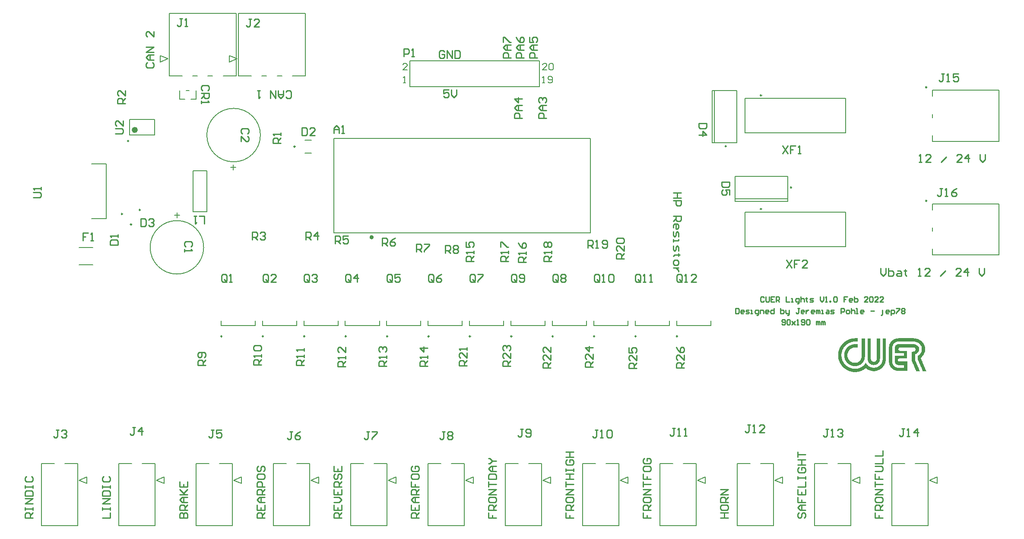
<source format=gbr>
G04*
G04 #@! TF.GenerationSoftware,Altium Limited,Altium Designer,22.4.2 (48)*
G04*
G04 Layer_Color=65535*
%FSLAX25Y25*%
%MOIN*%
G70*
G04*
G04 #@! TF.SameCoordinates,7713EA0D-6249-4CA7-80EE-CA65CFE05E5E*
G04*
G04*
G04 #@! TF.FilePolarity,Positive*
G04*
G01*
G75*
%ADD10C,0.00984*%
%ADD11C,0.00787*%
%ADD12C,0.01575*%
%ADD13C,0.02362*%
%ADD14C,0.00600*%
%ADD15C,0.00500*%
%ADD16C,0.01000*%
%ADD17C,0.00800*%
%ADD18C,0.00591*%
G36*
X691503Y141566D02*
X691361D01*
Y140288D01*
X691219D01*
Y139863D01*
X691077D01*
Y139579D01*
X690935D01*
Y139295D01*
X690793D01*
Y139011D01*
X690651D01*
Y138869D01*
X690509D01*
Y138585D01*
X690367D01*
Y138444D01*
X690225D01*
Y138302D01*
X690083D01*
Y138160D01*
X689941D01*
Y138018D01*
X689799D01*
Y137876D01*
X689516D01*
Y137734D01*
X689374D01*
Y137592D01*
X689232D01*
Y137450D01*
X688948D01*
Y137308D01*
X688664D01*
Y137166D01*
X688380D01*
Y137024D01*
X687813D01*
Y136882D01*
X686961D01*
Y136740D01*
X686393D01*
Y136882D01*
X685542D01*
Y137024D01*
X684974D01*
Y137166D01*
X684690D01*
Y137308D01*
X684406D01*
Y137450D01*
X684123D01*
Y137592D01*
X683981D01*
Y137734D01*
X683839D01*
Y137876D01*
X683555D01*
Y138018D01*
X683413D01*
Y138160D01*
X683271D01*
Y138302D01*
X683129D01*
Y138444D01*
X682987D01*
Y138585D01*
X682845D01*
Y138727D01*
X682703D01*
Y139011D01*
X682561D01*
Y139295D01*
X682419D01*
Y139579D01*
X682277D01*
Y139863D01*
X682135D01*
Y140288D01*
X681994D01*
Y141140D01*
X681852D01*
Y157461D01*
X684406D01*
Y141282D01*
X684548D01*
Y140714D01*
X684690D01*
Y140430D01*
X684832D01*
Y140288D01*
X684974D01*
Y140005D01*
X685116D01*
Y139863D01*
X685400D01*
Y139721D01*
X685542D01*
Y139579D01*
X685826D01*
Y139437D01*
X686251D01*
Y139295D01*
X687103D01*
Y139437D01*
X687529D01*
Y139579D01*
X687813D01*
Y139721D01*
X687954D01*
Y139863D01*
X688238D01*
Y140005D01*
X688380D01*
Y140288D01*
X688522D01*
Y140430D01*
X688664D01*
Y140714D01*
X688806D01*
Y157461D01*
X691503D01*
Y141566D01*
D02*
G37*
G36*
X679865Y142985D02*
X679723D01*
Y142133D01*
X679581D01*
Y141566D01*
X679439D01*
Y140998D01*
X679297D01*
Y140572D01*
X679155D01*
Y140288D01*
X679013D01*
Y140147D01*
Y140005D01*
X678871D01*
Y139721D01*
X678729D01*
Y139579D01*
X678587D01*
Y139295D01*
X678445D01*
Y139011D01*
X678304D01*
Y138869D01*
X678162D01*
Y138727D01*
X678020D01*
Y138585D01*
X677878D01*
Y138444D01*
X677736D01*
Y138302D01*
X677594D01*
Y138160D01*
X677452D01*
Y138018D01*
X677310D01*
Y137876D01*
X677168D01*
Y137734D01*
X677026D01*
Y137592D01*
X676884D01*
Y137450D01*
X676601D01*
Y137308D01*
X676459D01*
Y137166D01*
X676175D01*
Y137024D01*
X676033D01*
Y136882D01*
X675749D01*
Y136740D01*
X675465D01*
Y136599D01*
X675039D01*
Y136457D01*
X674614D01*
Y136315D01*
X674046D01*
Y136173D01*
X673336D01*
Y136031D01*
X670924D01*
Y136173D01*
X670214D01*
Y136315D01*
X669646D01*
Y136457D01*
X669220D01*
Y136599D01*
X668795D01*
Y136740D01*
X668511D01*
Y136882D01*
X668227D01*
Y137024D01*
X668085D01*
Y137166D01*
X667801D01*
Y137308D01*
X667517D01*
Y137450D01*
X667376D01*
Y137592D01*
X667234D01*
Y137734D01*
X666950D01*
Y137876D01*
X666808D01*
Y138018D01*
X666666D01*
Y138160D01*
X666524D01*
Y138302D01*
X666382D01*
Y138444D01*
X666098D01*
Y138727D01*
X665956D01*
Y138869D01*
X665814D01*
Y139011D01*
X665672D01*
Y139153D01*
X665530D01*
Y139295D01*
X665389D01*
Y139579D01*
X665247D01*
Y139721D01*
X665105D01*
Y140005D01*
X664963D01*
Y140147D01*
X664821D01*
Y140430D01*
X664679D01*
Y140714D01*
X664537D01*
Y140998D01*
X664395D01*
Y141282D01*
X664253D01*
Y141708D01*
X664111D01*
Y142276D01*
X663969D01*
Y142843D01*
X663827D01*
Y145966D01*
X663969D01*
Y146675D01*
X664111D01*
Y147101D01*
X664253D01*
Y147527D01*
X664395D01*
Y147810D01*
X664537D01*
Y148094D01*
X664679D01*
Y148520D01*
X664821D01*
Y148662D01*
X664963D01*
Y148946D01*
X665105D01*
Y149230D01*
X665247D01*
Y149372D01*
X665389D01*
Y149513D01*
X665530D01*
Y149797D01*
X665672D01*
Y149939D01*
X665814D01*
Y150081D01*
X665956D01*
Y150223D01*
X666098D01*
Y150365D01*
X666240D01*
Y150507D01*
X666382D01*
Y150649D01*
X666524D01*
Y150791D01*
X666666D01*
Y150933D01*
X666808D01*
Y151075D01*
X667092D01*
Y151217D01*
X667234D01*
Y151358D01*
X667376D01*
Y151500D01*
X667659D01*
Y151642D01*
X667801D01*
Y151784D01*
X668085D01*
Y151926D01*
X668369D01*
Y152068D01*
X668653D01*
Y152210D01*
X668937D01*
Y152352D01*
X669362D01*
Y152494D01*
X669646D01*
Y152636D01*
X670356D01*
Y152778D01*
X671066D01*
Y152920D01*
X674330D01*
Y150365D01*
X671349D01*
Y150223D01*
X670640D01*
Y150081D01*
X670214D01*
Y149939D01*
X669788D01*
Y149797D01*
X669646D01*
Y149655D01*
X669362D01*
Y149513D01*
X669079D01*
Y149372D01*
X668937D01*
Y149230D01*
X668653D01*
Y149088D01*
X668511D01*
Y148946D01*
X668369D01*
Y148804D01*
X668227D01*
Y148662D01*
X668085D01*
Y148520D01*
X667943D01*
Y148378D01*
X667801D01*
Y148236D01*
X667659D01*
Y148094D01*
X667517D01*
Y147810D01*
X667376D01*
Y147669D01*
X667234D01*
Y147385D01*
X667092D01*
Y147101D01*
X666950D01*
Y146959D01*
X666808D01*
Y146533D01*
X666666D01*
Y146107D01*
X666524D01*
Y145682D01*
X666382D01*
Y143127D01*
X666524D01*
Y142559D01*
X666666D01*
Y142276D01*
X666808D01*
Y141850D01*
X666950D01*
Y141566D01*
X667092D01*
Y141424D01*
X667234D01*
Y141140D01*
X667376D01*
Y140998D01*
X667517D01*
Y140714D01*
X667659D01*
Y140572D01*
X667801D01*
Y140430D01*
X667943D01*
Y140288D01*
X668085D01*
Y140147D01*
X668227D01*
Y140005D01*
X668369D01*
Y139863D01*
X668653D01*
Y139721D01*
X668795D01*
Y139579D01*
X668937D01*
Y139437D01*
X669220D01*
Y139295D01*
X669504D01*
Y139153D01*
X669788D01*
Y139011D01*
X670072D01*
Y138869D01*
X670498D01*
Y138727D01*
X671207D01*
Y138585D01*
X673194D01*
Y138727D01*
X673762D01*
Y138869D01*
X674188D01*
Y139011D01*
X674614D01*
Y139153D01*
X674755D01*
Y139295D01*
X675039D01*
Y139437D01*
X675181D01*
Y139579D01*
X675465D01*
Y139721D01*
X675607D01*
Y139863D01*
X675749D01*
Y140005D01*
X675891D01*
Y140147D01*
X676033D01*
Y140288D01*
X676175D01*
Y140572D01*
X676317D01*
Y140714D01*
X676459D01*
Y140998D01*
X676601D01*
Y141282D01*
X676743D01*
Y141566D01*
X676884D01*
Y141850D01*
X677026D01*
Y142417D01*
X677168D01*
Y143269D01*
X677310D01*
Y157461D01*
X679865D01*
Y142985D01*
D02*
G37*
G36*
X717475Y157461D02*
X719036D01*
Y157319D01*
X719603D01*
Y157177D01*
X720171D01*
Y157036D01*
X720597D01*
Y156894D01*
X720881D01*
Y156752D01*
X721306D01*
Y156610D01*
X721590D01*
Y156468D01*
X721874D01*
Y156326D01*
X722016D01*
Y156184D01*
X722300D01*
Y156042D01*
X722584D01*
Y155900D01*
X722726D01*
Y155758D01*
X723009D01*
Y155616D01*
X723151D01*
Y155474D01*
X723293D01*
Y155332D01*
X723435D01*
Y155191D01*
X723577D01*
Y155049D01*
X723719D01*
Y154907D01*
X723861D01*
Y154765D01*
X724003D01*
Y154623D01*
X724145D01*
Y154481D01*
X724287D01*
Y154339D01*
X724429D01*
Y154197D01*
X724571D01*
Y154055D01*
X724713D01*
Y153913D01*
X724855D01*
Y153629D01*
X724996D01*
Y153346D01*
X725138D01*
Y153203D01*
X725280D01*
Y152920D01*
X725422D01*
Y152636D01*
X725564D01*
Y152352D01*
X725706D01*
Y151926D01*
X725848D01*
Y151642D01*
X725990D01*
Y151075D01*
X726132D01*
Y150365D01*
X726274D01*
Y147952D01*
X726132D01*
Y147101D01*
X725990D01*
Y146675D01*
X725848D01*
Y146249D01*
X725706D01*
Y145966D01*
X725564D01*
Y145682D01*
X725422D01*
Y145398D01*
X725280D01*
Y145114D01*
X725138D01*
Y144830D01*
X724996D01*
Y144546D01*
X724855D01*
Y144404D01*
X724713D01*
Y144121D01*
X724571D01*
Y143979D01*
X724429D01*
Y143837D01*
X724287D01*
Y143695D01*
X724145D01*
Y143553D01*
X724003D01*
Y143269D01*
X723861D01*
Y143127D01*
X723719D01*
Y142985D01*
X723577D01*
Y142843D01*
X723435D01*
Y142701D01*
X723293D01*
Y142559D01*
X723151D01*
Y142417D01*
X723009D01*
Y141850D01*
X723151D01*
Y141566D01*
X723293D01*
Y141140D01*
X723435D01*
Y140856D01*
X723577D01*
Y140572D01*
X723719D01*
Y140147D01*
X723861D01*
Y139863D01*
X724003D01*
Y139579D01*
X724145D01*
Y139153D01*
X724287D01*
Y138869D01*
X724429D01*
Y138444D01*
X724571D01*
Y138160D01*
X724713D01*
Y137876D01*
X724855D01*
Y137450D01*
X724996D01*
Y137166D01*
X725138D01*
Y136882D01*
X725280D01*
Y136457D01*
X725422D01*
Y136173D01*
X725564D01*
Y135747D01*
X725706D01*
Y135463D01*
X725848D01*
Y135179D01*
X725990D01*
Y134754D01*
X726132D01*
Y134470D01*
X726274D01*
Y134186D01*
X726416D01*
Y133760D01*
X726558D01*
Y133476D01*
X726699D01*
Y133050D01*
X726841D01*
Y132767D01*
X726983D01*
Y132483D01*
X727125D01*
Y132199D01*
X724429D01*
Y132625D01*
X724287D01*
Y132908D01*
X724145D01*
Y133192D01*
X724003D01*
Y133618D01*
X723861D01*
Y133902D01*
X723719D01*
Y134186D01*
X723577D01*
Y134470D01*
X723435D01*
Y134895D01*
X723293D01*
Y135179D01*
X723151D01*
Y135463D01*
X723009D01*
Y135889D01*
X722868D01*
Y136173D01*
X722726D01*
Y136457D01*
X722584D01*
Y136740D01*
X722442D01*
Y137166D01*
X722300D01*
Y137450D01*
X722158D01*
Y137734D01*
X722016D01*
Y138160D01*
X721874D01*
Y138444D01*
X721732D01*
Y138727D01*
X721590D01*
Y139011D01*
X721448D01*
Y139437D01*
X721306D01*
Y139721D01*
X721165D01*
Y140005D01*
X721023D01*
Y140430D01*
X720881D01*
Y140714D01*
X720739D01*
Y140998D01*
X720597D01*
Y141282D01*
X720455D01*
Y143837D01*
X720597D01*
Y143979D01*
X720881D01*
Y144121D01*
X721023D01*
Y144262D01*
X721306D01*
Y144404D01*
X721448D01*
Y144546D01*
X721590D01*
Y144688D01*
X721732D01*
Y144830D01*
X721874D01*
Y144972D01*
X722016D01*
Y145114D01*
X722158D01*
Y145256D01*
X722300D01*
Y145398D01*
X722442D01*
Y145540D01*
X722584D01*
Y145824D01*
X722726D01*
Y145966D01*
X722868D01*
Y146249D01*
X723009D01*
Y146533D01*
X723151D01*
Y146817D01*
X723293D01*
Y147101D01*
X723435D01*
Y147527D01*
X723577D01*
Y148236D01*
X723719D01*
Y150081D01*
X723577D01*
Y150791D01*
X723435D01*
Y151217D01*
X723293D01*
Y151500D01*
X723151D01*
Y151784D01*
X723009D01*
Y151926D01*
X722868D01*
Y152210D01*
X722726D01*
Y152352D01*
X722584D01*
Y152636D01*
X722442D01*
Y152778D01*
X722300D01*
Y152920D01*
X722158D01*
Y153062D01*
X722016D01*
Y153203D01*
X721874D01*
Y153346D01*
X721732D01*
Y153487D01*
X721448D01*
Y153629D01*
X721306D01*
Y153771D01*
X721165D01*
Y153913D01*
X720881D01*
Y154055D01*
X720597D01*
Y154197D01*
X720455D01*
Y154339D01*
X720029D01*
Y154481D01*
X719745D01*
Y154623D01*
X719319D01*
Y154765D01*
X718752D01*
Y154907D01*
X704559D01*
Y154765D01*
X704134D01*
Y154623D01*
X703708D01*
Y154481D01*
X703424D01*
Y154339D01*
X703140D01*
Y154197D01*
X702856D01*
Y154055D01*
X702714D01*
Y153913D01*
X702572D01*
Y153771D01*
X702431D01*
Y153629D01*
X702289D01*
Y153487D01*
X702147D01*
Y153346D01*
X702005D01*
Y153203D01*
X701863D01*
Y153062D01*
X701721D01*
Y152778D01*
X701579D01*
Y152494D01*
X701437D01*
Y152210D01*
X701295D01*
Y151926D01*
X701153D01*
Y151500D01*
X701011D01*
Y150649D01*
X700869D01*
Y139011D01*
X701011D01*
Y138160D01*
X701153D01*
Y137734D01*
X701295D01*
Y137450D01*
X701437D01*
Y137166D01*
X701579D01*
Y136882D01*
X701721D01*
Y136740D01*
X701863D01*
Y136599D01*
X702005D01*
Y136315D01*
X702147D01*
Y136173D01*
X702289D01*
Y136031D01*
X702431D01*
Y135889D01*
X702572D01*
Y135747D01*
X702856D01*
Y135605D01*
X702998D01*
Y135463D01*
X703282D01*
Y135321D01*
X703566D01*
Y135179D01*
X703850D01*
Y135037D01*
X704276D01*
Y134895D01*
X704701D01*
Y134754D01*
X709952D01*
Y136740D01*
X705411D01*
Y136882D01*
X704701D01*
Y137024D01*
X704418D01*
Y137166D01*
X704134D01*
Y137308D01*
X703992D01*
Y137450D01*
X703850D01*
Y137592D01*
X703566D01*
Y137876D01*
X703424D01*
Y138018D01*
X703282D01*
Y138302D01*
X703140D01*
Y138727D01*
X702998D01*
Y143979D01*
X709952D01*
Y145966D01*
X702998D01*
Y151075D01*
X703140D01*
Y151358D01*
X703282D01*
Y151642D01*
X703424D01*
Y151926D01*
X703566D01*
Y152068D01*
X703708D01*
Y152210D01*
X703850D01*
Y152352D01*
X704134D01*
Y152494D01*
X704276D01*
Y152636D01*
X704559D01*
Y152778D01*
X704985D01*
Y152920D01*
X718184D01*
Y152778D01*
X718752D01*
Y152636D01*
X719177D01*
Y152494D01*
X719461D01*
Y152352D01*
X719745D01*
Y152210D01*
X720029D01*
Y152068D01*
X720171D01*
Y151926D01*
X720313D01*
Y151784D01*
X720455D01*
Y151642D01*
X720597D01*
Y151500D01*
X720739D01*
Y151358D01*
X720881D01*
Y151217D01*
X721023D01*
Y151075D01*
X721165D01*
Y150791D01*
X721306D01*
Y150649D01*
X721448D01*
Y150223D01*
X721590D01*
Y149513D01*
X721732D01*
Y148520D01*
X721590D01*
Y147952D01*
X721448D01*
Y147669D01*
X721306D01*
Y147385D01*
X721165D01*
Y147101D01*
X721023D01*
Y146959D01*
X720881D01*
Y146817D01*
X720739D01*
Y146533D01*
X720597D01*
Y146391D01*
X720455D01*
Y146249D01*
X720313D01*
Y146107D01*
X720171D01*
Y145966D01*
X719887D01*
Y145824D01*
X719745D01*
Y145682D01*
X719461D01*
Y145540D01*
X719177D01*
Y145398D01*
X718894D01*
Y145256D01*
X718610D01*
Y145114D01*
X718468D01*
Y140714D01*
X718610D01*
Y140430D01*
X718752D01*
Y140147D01*
X718894D01*
Y139721D01*
X719036D01*
Y139437D01*
X719177D01*
Y139153D01*
X719319D01*
Y138727D01*
X719461D01*
Y138444D01*
X719603D01*
Y138160D01*
X719745D01*
Y137734D01*
X719887D01*
Y137450D01*
X720029D01*
Y137166D01*
X720171D01*
Y136740D01*
X720313D01*
Y136457D01*
X720455D01*
Y136173D01*
X720597D01*
Y135747D01*
X720739D01*
Y135463D01*
X720881D01*
Y135179D01*
X721023D01*
Y134895D01*
X721165D01*
Y134470D01*
X721306D01*
Y134186D01*
X721448D01*
Y133902D01*
X721590D01*
Y133476D01*
X721732D01*
Y133192D01*
X721874D01*
Y132908D01*
X722016D01*
Y132483D01*
X722158D01*
Y132199D01*
X719319D01*
Y132483D01*
X719177D01*
Y132908D01*
X719036D01*
Y133192D01*
X718894D01*
Y133476D01*
X718752D01*
Y133902D01*
X718610D01*
Y134186D01*
X718468D01*
Y134470D01*
X718326D01*
Y134895D01*
X718184D01*
Y135179D01*
X718042D01*
Y135463D01*
X717900D01*
Y135889D01*
X717758D01*
Y136173D01*
X717616D01*
Y136457D01*
X717475D01*
Y136882D01*
X717333D01*
Y137166D01*
X717191D01*
Y137592D01*
X717049D01*
Y137876D01*
X716907D01*
Y138160D01*
X716765D01*
Y138585D01*
X716623D01*
Y138869D01*
X716481D01*
Y139153D01*
X716339D01*
Y139579D01*
X716197D01*
Y139863D01*
X716055D01*
Y140147D01*
X715913D01*
Y147101D01*
X717049D01*
Y147243D01*
X717900D01*
Y147385D01*
X718184D01*
Y147527D01*
X718326D01*
Y147669D01*
X718468D01*
Y147810D01*
X718610D01*
Y148094D01*
X718752D01*
Y148378D01*
X718894D01*
Y149372D01*
X718752D01*
Y149655D01*
X718610D01*
Y149939D01*
X718468D01*
Y150081D01*
X718184D01*
Y150223D01*
X717900D01*
Y150365D01*
X706830D01*
Y150223D01*
X706404D01*
Y150081D01*
X706262D01*
Y149939D01*
X705979D01*
Y149797D01*
X705837D01*
Y149513D01*
X705695D01*
Y148520D01*
X705837D01*
Y148378D01*
X705979D01*
Y148236D01*
X706121D01*
Y148094D01*
X706262D01*
Y147952D01*
X706546D01*
Y147810D01*
X712223D01*
Y142133D01*
X706546D01*
Y141992D01*
X706121D01*
Y141850D01*
X705837D01*
Y141708D01*
X705695D01*
Y141566D01*
X705553D01*
Y141424D01*
X705411D01*
Y141140D01*
X705269D01*
Y140430D01*
X705411D01*
Y140147D01*
X705553D01*
Y140005D01*
X705695D01*
Y139863D01*
X705837D01*
Y139721D01*
X706121D01*
Y139579D01*
X712649D01*
Y132341D01*
X704985D01*
Y132483D01*
X703992D01*
Y132625D01*
X703424D01*
Y132767D01*
X702998D01*
Y132908D01*
X702714D01*
Y133050D01*
X702289D01*
Y133192D01*
X702005D01*
Y133334D01*
X701863D01*
Y133476D01*
X701579D01*
Y133618D01*
X701437D01*
Y133760D01*
X701153D01*
Y133902D01*
X701011D01*
Y134044D01*
X700869D01*
Y134186D01*
X700728D01*
Y134328D01*
X700586D01*
Y134470D01*
X700444D01*
Y134612D01*
X700160D01*
Y134754D01*
X700018D01*
Y134895D01*
X699876D01*
Y135179D01*
X699734D01*
Y135321D01*
X699592D01*
Y135605D01*
X699450D01*
Y135747D01*
X699308D01*
Y136031D01*
X699166D01*
Y136315D01*
X699024D01*
Y136457D01*
X698882D01*
Y136882D01*
X698741D01*
Y137308D01*
X698599D01*
Y137876D01*
X698457D01*
Y138585D01*
X698315D01*
Y151075D01*
X698457D01*
Y151926D01*
X698599D01*
Y152494D01*
X698741D01*
Y152920D01*
X698882D01*
Y153203D01*
X699024D01*
Y153487D01*
X699166D01*
Y153771D01*
X699308D01*
Y154055D01*
X699450D01*
Y154197D01*
X699592D01*
Y154481D01*
X699734D01*
Y154623D01*
X699876D01*
Y154765D01*
X700018D01*
Y155049D01*
X700160D01*
Y155191D01*
X700302D01*
Y155332D01*
X700444D01*
Y155474D01*
X700728D01*
Y155616D01*
X700869D01*
Y155758D01*
X701011D01*
Y155900D01*
X701153D01*
Y156042D01*
X701295D01*
Y156184D01*
X701579D01*
Y156326D01*
X701721D01*
Y156468D01*
X702005D01*
Y156610D01*
X702289D01*
Y156752D01*
X702572D01*
Y156894D01*
X702856D01*
Y157036D01*
X703140D01*
Y157177D01*
X703566D01*
Y157319D01*
X704134D01*
Y157461D01*
X705695D01*
Y157603D01*
X717475D01*
Y157461D01*
D02*
G37*
G36*
X674330Y154907D02*
X670640D01*
Y154765D01*
X669788D01*
Y154623D01*
X669220D01*
Y154481D01*
X668795D01*
Y154339D01*
X668511D01*
Y154197D01*
X668085D01*
Y154055D01*
X667801D01*
Y153913D01*
X667517D01*
Y153771D01*
X667234D01*
Y153629D01*
X666950D01*
Y153487D01*
X666808D01*
Y153346D01*
X666524D01*
Y153203D01*
X666240D01*
Y153062D01*
X666098D01*
Y152920D01*
X665956D01*
Y152778D01*
X665814D01*
Y152636D01*
X665530D01*
Y152494D01*
X665389D01*
Y152352D01*
X665247D01*
Y152210D01*
X665105D01*
Y152068D01*
X664963D01*
Y151926D01*
X664821D01*
Y151784D01*
X664679D01*
Y151642D01*
X664537D01*
Y151500D01*
X664395D01*
Y151358D01*
X664253D01*
Y151217D01*
X664111D01*
Y151075D01*
X663969D01*
Y150791D01*
X663827D01*
Y150649D01*
X663686D01*
Y150507D01*
X663544D01*
Y150223D01*
X663402D01*
Y150081D01*
X663260D01*
Y149797D01*
X663118D01*
Y149513D01*
X662976D01*
Y149372D01*
X662834D01*
Y149088D01*
X662692D01*
Y148662D01*
X662550D01*
Y148378D01*
X662408D01*
Y147952D01*
X662266D01*
Y147527D01*
X662124D01*
Y147101D01*
X661982D01*
Y146391D01*
X661840D01*
Y145682D01*
X661699D01*
Y143411D01*
X661840D01*
Y142276D01*
X661982D01*
Y141708D01*
X662124D01*
Y141140D01*
X662266D01*
Y140856D01*
X662408D01*
Y140430D01*
X662550D01*
Y140147D01*
X662692D01*
Y139863D01*
X662834D01*
Y139579D01*
X662976D01*
Y139295D01*
X663118D01*
Y139011D01*
X663260D01*
Y138869D01*
X663402D01*
Y138585D01*
X663544D01*
Y138444D01*
X663686D01*
Y138160D01*
X663827D01*
Y138018D01*
X663969D01*
Y137876D01*
X664111D01*
Y137592D01*
X664253D01*
Y137450D01*
X664395D01*
Y137308D01*
X664537D01*
Y137166D01*
X664679D01*
Y137024D01*
X664821D01*
Y136882D01*
X664963D01*
Y136740D01*
X665105D01*
Y136599D01*
X665247D01*
Y136457D01*
X665389D01*
Y136315D01*
X665672D01*
Y136173D01*
X665814D01*
Y136031D01*
X665956D01*
Y135889D01*
X666240D01*
Y135747D01*
X666382D01*
Y135605D01*
X666666D01*
Y135463D01*
X666950D01*
Y135321D01*
X667234D01*
Y135179D01*
X667517D01*
Y135037D01*
X667801D01*
Y134895D01*
X668085D01*
Y134754D01*
X668369D01*
Y134612D01*
X668795D01*
Y134470D01*
X669220D01*
Y134328D01*
X669788D01*
Y134186D01*
X670498D01*
Y134044D01*
X673762D01*
Y134186D01*
X674472D01*
Y134328D01*
X675039D01*
Y134470D01*
X675465D01*
Y134612D01*
X675891D01*
Y134754D01*
X676175D01*
Y134895D01*
X676601D01*
Y135037D01*
X676884D01*
Y135179D01*
X677026D01*
Y135321D01*
X677310D01*
Y135463D01*
X677594D01*
Y135605D01*
X677736D01*
Y135747D01*
X678020D01*
Y135889D01*
X678162D01*
Y136031D01*
X678304D01*
Y136173D01*
X678445D01*
Y136315D01*
X678729D01*
Y136457D01*
X678871D01*
Y136599D01*
X679013D01*
Y136740D01*
X679155D01*
Y136882D01*
X679297D01*
Y137024D01*
X679439D01*
Y137308D01*
X679581D01*
Y137450D01*
X679723D01*
Y137592D01*
X679865D01*
Y137734D01*
X680007D01*
Y138018D01*
X680149D01*
Y138160D01*
X680291D01*
Y138444D01*
X680433D01*
Y138585D01*
X680574D01*
Y138302D01*
X680716D01*
Y138018D01*
X680858D01*
Y137876D01*
X681000D01*
Y137592D01*
X681142D01*
Y137450D01*
X681284D01*
Y137308D01*
X681426D01*
Y137166D01*
X681568D01*
Y137024D01*
X681710D01*
Y136882D01*
X681852D01*
Y136740D01*
X681994D01*
Y136599D01*
X682135D01*
Y136457D01*
X682277D01*
Y136315D01*
X682419D01*
Y136173D01*
X682561D01*
Y136031D01*
X682845D01*
Y135889D01*
X682987D01*
Y135747D01*
X683271D01*
Y135605D01*
X683555D01*
Y135463D01*
X683839D01*
Y135321D01*
X684123D01*
Y135179D01*
X684548D01*
Y135037D01*
X684974D01*
Y134895D01*
X685684D01*
Y134754D01*
X687529D01*
Y134895D01*
X688380D01*
Y135037D01*
X688806D01*
Y135179D01*
X689232D01*
Y135321D01*
X689516D01*
Y135463D01*
X689799D01*
Y135605D01*
X690083D01*
Y135747D01*
X690367D01*
Y135889D01*
X690509D01*
Y136031D01*
X690793D01*
Y136173D01*
X690935D01*
Y136315D01*
X691077D01*
Y136457D01*
X691219D01*
Y136599D01*
X691361D01*
Y136740D01*
X691503D01*
Y136882D01*
X691644D01*
Y137024D01*
X691786D01*
Y137166D01*
X691928D01*
Y137308D01*
X692070D01*
Y137450D01*
X692212D01*
Y137734D01*
X692354D01*
Y137876D01*
X692496D01*
Y138160D01*
X692638D01*
Y138444D01*
X692780D01*
Y138727D01*
X692922D01*
Y139011D01*
X693064D01*
Y139437D01*
X693206D01*
Y140005D01*
X693348D01*
Y140714D01*
X693489D01*
Y146107D01*
Y146249D01*
Y157461D01*
X696044D01*
Y140288D01*
X695902D01*
Y139579D01*
X695760D01*
Y139011D01*
X695618D01*
Y138585D01*
X695476D01*
Y138160D01*
X695334D01*
Y137876D01*
X695192D01*
Y137592D01*
X695051D01*
Y137308D01*
X694909D01*
Y137024D01*
X694767D01*
Y136740D01*
X694625D01*
Y136457D01*
X694483D01*
Y136315D01*
X694341D01*
Y136031D01*
X694199D01*
Y135889D01*
X694057D01*
Y135747D01*
X693915D01*
Y135463D01*
X693773D01*
Y135321D01*
X693631D01*
Y135179D01*
X693489D01*
Y135037D01*
X693348D01*
Y134895D01*
X693206D01*
Y134754D01*
X693064D01*
Y134612D01*
X692922D01*
Y134470D01*
X692780D01*
Y134328D01*
X692496D01*
Y134186D01*
X692354D01*
Y134044D01*
X692212D01*
Y133902D01*
X691928D01*
Y133760D01*
X691786D01*
Y133618D01*
X691503D01*
Y133476D01*
X691219D01*
Y133334D01*
X690935D01*
Y133192D01*
X690651D01*
Y133050D01*
X690367D01*
Y132908D01*
X690083D01*
Y132767D01*
X689657D01*
Y132625D01*
X689232D01*
Y132483D01*
X688664D01*
Y132341D01*
X687813D01*
Y132199D01*
X685542D01*
Y132341D01*
X684690D01*
Y132483D01*
X684123D01*
Y132625D01*
X683697D01*
Y132767D01*
X683271D01*
Y132908D01*
X682845D01*
Y133050D01*
X682561D01*
Y133192D01*
X682277D01*
Y133334D01*
X681994D01*
Y133476D01*
X681710D01*
Y133618D01*
X681568D01*
Y133760D01*
X681426D01*
Y133902D01*
X681142D01*
Y134044D01*
X681000D01*
Y134186D01*
X680858D01*
Y134328D01*
X680574D01*
Y134470D01*
X680291D01*
Y134328D01*
X680149D01*
Y134186D01*
X680007D01*
Y134044D01*
X679723D01*
Y133902D01*
X679581D01*
Y133760D01*
X679439D01*
Y133618D01*
X679155D01*
Y133476D01*
X679013D01*
Y133334D01*
X678871D01*
Y133192D01*
X678587D01*
Y133050D01*
X678304D01*
Y132908D01*
X678020D01*
Y132767D01*
X677736D01*
Y132625D01*
X677452D01*
Y132483D01*
X677168D01*
Y132341D01*
X676743D01*
Y132199D01*
X676317D01*
Y132057D01*
X675891D01*
Y131915D01*
X675465D01*
Y131773D01*
X674755D01*
Y131631D01*
X673904D01*
Y131489D01*
X672201D01*
Y131347D01*
X672059D01*
Y131489D01*
X670356D01*
Y131631D01*
X669504D01*
Y131773D01*
X668937D01*
Y131915D01*
X668369D01*
Y132057D01*
X667943D01*
Y132199D01*
X667517D01*
Y132341D01*
X667234D01*
Y132483D01*
X666808D01*
Y132625D01*
X666524D01*
Y132767D01*
X666240D01*
Y132908D01*
X665956D01*
Y133050D01*
X665672D01*
Y133192D01*
X665530D01*
Y133334D01*
X665247D01*
Y133476D01*
X665105D01*
Y133618D01*
X664821D01*
Y133760D01*
X664679D01*
Y133902D01*
X664395D01*
Y134044D01*
X664253D01*
Y134186D01*
X664111D01*
Y134328D01*
X663827D01*
Y134470D01*
X663686D01*
Y134612D01*
X663544D01*
Y134754D01*
X663402D01*
Y134895D01*
X663260D01*
Y135037D01*
X663118D01*
Y135179D01*
X662976D01*
Y135321D01*
X662834D01*
Y135463D01*
X662692D01*
Y135605D01*
X662550D01*
Y135747D01*
X662408D01*
Y135889D01*
X662266D01*
Y136031D01*
X662124D01*
Y136173D01*
X661982D01*
Y136457D01*
X661840D01*
Y136599D01*
X661699D01*
Y136740D01*
X661557D01*
Y137024D01*
X661415D01*
Y137166D01*
X661273D01*
Y137450D01*
X661131D01*
Y137592D01*
X660989D01*
Y137876D01*
X660847D01*
Y138160D01*
X660705D01*
Y138444D01*
X660563D01*
Y138727D01*
X660421D01*
Y139011D01*
X660279D01*
Y139295D01*
X660137D01*
Y139579D01*
X659996D01*
Y140005D01*
X659854D01*
Y140288D01*
X659712D01*
Y140856D01*
X659570D01*
Y141424D01*
X659428D01*
Y141992D01*
X659286D01*
Y142985D01*
X659144D01*
Y145682D01*
X659286D01*
Y146675D01*
X659428D01*
Y147385D01*
X659570D01*
Y147952D01*
X659712D01*
Y148378D01*
X659854D01*
Y148804D01*
X659996D01*
Y149230D01*
X660137D01*
Y149655D01*
X660279D01*
Y149939D01*
X660421D01*
Y150223D01*
X660563D01*
Y150507D01*
X660705D01*
Y150649D01*
X660847D01*
Y150933D01*
X660989D01*
Y151217D01*
X661131D01*
Y151358D01*
X661273D01*
Y151642D01*
X661415D01*
Y151926D01*
X661557D01*
Y152068D01*
X661699D01*
Y152210D01*
X661840D01*
Y152494D01*
X661982D01*
Y152636D01*
X662124D01*
Y152778D01*
X662266D01*
Y152920D01*
X662408D01*
Y153203D01*
X662550D01*
Y153346D01*
X662692D01*
Y153487D01*
X662834D01*
Y153629D01*
X662976D01*
Y153771D01*
X663118D01*
Y153913D01*
X663402D01*
Y154055D01*
X663544D01*
Y154197D01*
X663686D01*
Y154339D01*
X663827D01*
Y154481D01*
X663969D01*
Y154623D01*
X664111D01*
Y154765D01*
X664253D01*
Y154907D01*
X664537D01*
Y155049D01*
X664679D01*
Y155191D01*
X664821D01*
Y155332D01*
X665105D01*
Y155474D01*
X665247D01*
Y155616D01*
X665530D01*
Y155758D01*
X665814D01*
Y155900D01*
X665956D01*
Y156042D01*
X666240D01*
Y156184D01*
X666666D01*
Y156326D01*
X666950D01*
Y156468D01*
X667234D01*
Y156610D01*
X667659D01*
Y156752D01*
X667943D01*
Y156894D01*
X668369D01*
Y157036D01*
X668795D01*
Y157177D01*
X669362D01*
Y157319D01*
X670356D01*
Y157461D01*
X672059D01*
Y157603D01*
X674330D01*
Y154907D01*
D02*
G37*
D10*
X439332Y159055D02*
G03*
X439332Y159055I-492J0D01*
G01*
X407371D02*
G03*
X407371Y159055I-492J0D01*
G01*
X503255D02*
G03*
X503255Y159055I-492J0D01*
G01*
X215603D02*
G03*
X215603Y159055I-492J0D01*
G01*
X106863Y253664D02*
G03*
X106863Y253664I-492J0D01*
G01*
X623226Y274107D02*
G03*
X623226Y274107I-492J0D01*
G01*
X600037Y257572D02*
G03*
X600037Y257572I-492J0D01*
G01*
Y345367D02*
G03*
X600037Y345367I-492J0D01*
G01*
X535217Y159055D02*
G03*
X535217Y159055I-492J0D01*
G01*
X471294D02*
G03*
X471294Y159055I-492J0D01*
G01*
X375410D02*
G03*
X375410Y159055I-492J0D01*
G01*
X343448D02*
G03*
X343448Y159055I-492J0D01*
G01*
X311487D02*
G03*
X311487Y159055I-492J0D01*
G01*
X279526D02*
G03*
X279526Y159055I-492J0D01*
G01*
X247564D02*
G03*
X247564Y159055I-492J0D01*
G01*
X183642D02*
G03*
X183642Y159055I-492J0D01*
G01*
X727616Y263836D02*
G03*
X727616Y263836I-492J0D01*
G01*
Y351599D02*
G03*
X727616Y351599I-492J0D01*
G01*
X572900Y305997D02*
G03*
X572900Y305997I-492J0D01*
G01*
X113877Y245518D02*
G03*
X113877Y245518I-492J0D01*
G01*
X240084Y305763D02*
G03*
X240084Y305763I-492J0D01*
G01*
X111616Y310070D02*
G03*
X111616Y310070I-492J0D01*
G01*
X120551Y256747D02*
G03*
X120551Y256747I-492J0D01*
G01*
D11*
X169468Y227867D02*
G03*
X169468Y227867I-20669J0D01*
G01*
X213235Y314600D02*
G03*
X213235Y314600I-20669J0D01*
G01*
X161369Y255436D02*
Y286932D01*
X171999Y255436D02*
Y286932D01*
X161369D02*
X171999D01*
X161369Y255436D02*
X171999D01*
X428742Y351912D02*
Y371912D01*
X328742Y351912D02*
X336242D01*
X328742D02*
Y371912D01*
X336242D01*
X428742D01*
X336242Y351912D02*
X428742D01*
X438565Y167520D02*
Y171063D01*
Y167520D02*
X464943D01*
Y171063D01*
X406603Y167520D02*
Y171063D01*
Y167520D02*
X432981D01*
Y171063D01*
X502487Y167520D02*
Y171063D01*
Y167520D02*
X528865D01*
Y171063D01*
X214835Y167520D02*
Y171063D01*
Y167520D02*
X241213D01*
Y171063D01*
X82945Y250121D02*
X94166D01*
Y292247D01*
X82945D02*
X94166D01*
X620174Y263497D02*
Y282788D01*
X579623Y263497D02*
Y282788D01*
X620174D01*
X579623Y263497D02*
X620174D01*
X579623Y265466D02*
X620174D01*
X587143Y228438D02*
X665096D01*
Y255210D01*
X587143D02*
X665096D01*
X587143Y228438D02*
Y255210D01*
Y316233D02*
X665096D01*
Y343005D01*
X587143D02*
X665096D01*
X587143Y316233D02*
Y343005D01*
X560827Y167520D02*
Y171063D01*
X534449Y167520D02*
X560827D01*
X534449D02*
Y171063D01*
X496904Y167520D02*
Y171063D01*
X470526Y167520D02*
X496904D01*
X470526D02*
Y171063D01*
X401020Y167520D02*
Y171063D01*
X374642Y167520D02*
X401020D01*
X374642D02*
Y171063D01*
X369059Y167520D02*
Y171063D01*
X342681Y167520D02*
X369059D01*
X342681D02*
Y171063D01*
X337097Y167520D02*
Y171063D01*
X310719Y167520D02*
X337097D01*
X310719D02*
Y171063D01*
X305136Y167520D02*
Y171063D01*
X278758Y167520D02*
X305136D01*
X278758D02*
Y171063D01*
X273175Y167520D02*
Y171063D01*
X246797Y167520D02*
X273175D01*
X246797D02*
Y171063D01*
X209252Y167520D02*
Y171063D01*
X182874Y167520D02*
X209252D01*
X182874D02*
Y171063D01*
X731824Y221974D02*
X783324D01*
Y261474D01*
X731824D02*
X783324D01*
X731824Y256864D02*
Y261474D01*
Y240364D02*
Y243084D01*
Y221974D02*
Y226584D01*
Y309737D02*
X783324D01*
Y349237D01*
X731824D02*
X783324D01*
X731824Y344627D02*
Y349237D01*
Y328127D02*
Y330847D01*
Y309737D02*
Y314347D01*
X563766Y308556D02*
Y349107D01*
X561798Y308556D02*
Y349107D01*
X581089Y308556D02*
Y349107D01*
X561798D02*
X581089D01*
X561798Y308556D02*
X581089D01*
X73419Y227824D02*
X84049D01*
X73419Y214399D02*
X84049D01*
X247564Y300842D02*
X252485D01*
X247564Y310684D02*
X252485D01*
X112325Y314696D02*
X131616D01*
X112325Y326704D02*
X131616D01*
X112325Y314696D02*
Y326704D01*
X131616Y314696D02*
Y326704D01*
D12*
X299854Y235640D02*
G03*
X299854Y235640I-787J0D01*
G01*
D13*
X117443Y318633D02*
G03*
X117443Y318633I-1181J0D01*
G01*
D14*
X226159Y360542D02*
X229848D01*
X214348D02*
X218037D01*
X196212D02*
X206226D01*
X196212D02*
Y408731D01*
X247984D01*
Y360542D02*
Y408731D01*
X237970Y360542D02*
X247984D01*
X189212Y376113D02*
X195212Y373613D01*
X189212Y371113D02*
Y376113D01*
Y371113D02*
X195212Y373613D01*
X718628Y60787D02*
X728642D01*
Y12598D02*
Y60787D01*
X700492Y12598D02*
X728642D01*
X700492D02*
Y60787D01*
X710506D01*
X729642Y47717D02*
X735642Y45217D01*
Y50217D01*
X729642Y47717D02*
X735642Y50217D01*
X658964Y60787D02*
X668978D01*
Y12598D02*
Y60787D01*
X640829Y12598D02*
X668978D01*
X640829D02*
Y60787D01*
X650842D01*
X669978Y47717D02*
X675978Y45217D01*
Y50217D01*
X669978Y47717D02*
X675978Y50217D01*
X599301Y60787D02*
X609314D01*
Y12598D02*
Y60787D01*
X581165Y12598D02*
X609314D01*
X581165D02*
Y60787D01*
X591179D01*
X610315Y47717D02*
X616315Y45217D01*
Y50217D01*
X610315Y47717D02*
X616315Y50217D01*
X479974Y60787D02*
X489987D01*
Y12598D02*
Y60787D01*
X461838Y12598D02*
X489987D01*
X461838D02*
Y60787D01*
X471851D01*
X490987Y47717D02*
X496987Y45217D01*
Y50217D01*
X490987Y47717D02*
X496987Y50217D01*
X539637Y60787D02*
X549651D01*
Y12598D02*
Y60787D01*
X521501Y12598D02*
X549651D01*
X521501D02*
Y60787D01*
X531515D01*
X550651Y47717D02*
X556651Y45217D01*
Y50217D01*
X550651Y47717D02*
X556651Y50217D01*
X420310Y60787D02*
X430324D01*
Y12598D02*
Y60787D01*
X402174Y12598D02*
X430324D01*
X402174D02*
Y60787D01*
X412188D01*
X431324Y47717D02*
X437324Y45217D01*
Y50217D01*
X431324Y47717D02*
X437324Y50217D01*
X360647Y60787D02*
X370660D01*
Y12598D02*
Y60787D01*
X342511Y12598D02*
X370660D01*
X342511D02*
Y60787D01*
X352524D01*
X371660Y47717D02*
X377660Y45217D01*
Y50217D01*
X371660Y47717D02*
X377660Y50217D01*
X300983Y60787D02*
X310997D01*
Y12598D02*
Y60787D01*
X282847Y12598D02*
X310997D01*
X282847D02*
Y60787D01*
X292861D01*
X311997Y47717D02*
X317997Y45217D01*
Y50217D01*
X311997Y47717D02*
X317997Y50217D01*
X241320Y60787D02*
X251333D01*
Y12598D02*
Y60787D01*
X223184Y12598D02*
X251333D01*
X223184D02*
Y60787D01*
X233197D01*
X252333Y47717D02*
X258333Y45217D01*
Y50217D01*
X252333Y47717D02*
X258333Y50217D01*
X181656Y60787D02*
X191670D01*
Y12598D02*
Y60787D01*
X163520Y12598D02*
X191670D01*
X163520D02*
Y60787D01*
X173534D01*
X192670Y47717D02*
X198670Y45217D01*
Y50217D01*
X192670Y47717D02*
X198670Y50217D01*
X121993Y60787D02*
X132006D01*
Y12598D02*
Y60787D01*
X103857Y12598D02*
X132006D01*
X103857D02*
Y60787D01*
X113870D01*
X133006Y47717D02*
X139006Y45217D01*
Y50217D01*
X133006Y47717D02*
X139006Y50217D01*
X62329Y60787D02*
X72342D01*
Y12598D02*
Y60787D01*
X44193Y12598D02*
X72342D01*
X44193D02*
Y60787D01*
X54207D01*
X73343Y47717D02*
X79343Y45217D01*
Y50217D01*
X73343Y47717D02*
X79343Y50217D01*
X159616Y342428D02*
X163606D01*
X156013Y348928D02*
X158398D01*
X150806Y342428D02*
Y348928D01*
Y342428D02*
X154796D01*
X163606D02*
Y348928D01*
X135785Y371113D02*
X141785Y373613D01*
X135785Y371113D02*
Y376113D01*
X141785Y373613D01*
X184543Y360542D02*
X194557D01*
Y408731D01*
X142785D02*
X194557D01*
X142785Y360542D02*
Y408731D01*
Y360542D02*
X152799D01*
X160921D02*
X164610D01*
X172732D02*
X176421D01*
D15*
X468063Y239144D02*
Y312137D01*
X270071D02*
X468063D01*
X270071Y239144D02*
Y312137D01*
Y239144D02*
X468063D01*
D16*
X358455Y349811D02*
X354456D01*
Y346812D01*
X356456Y347812D01*
X357455D01*
X358455Y346812D01*
Y344813D01*
X357455Y343813D01*
X355456D01*
X354456Y344813D01*
X360454Y349811D02*
Y345813D01*
X362454Y343813D01*
X364453Y345813D01*
Y349811D01*
X415359Y327753D02*
X409361D01*
Y330752D01*
X410361Y331751D01*
X412360D01*
X413360Y330752D01*
Y327753D01*
X415359Y333751D02*
X411360D01*
X409361Y335750D01*
X411360Y337749D01*
X415359D01*
X412360D01*
Y333751D01*
X415359Y342748D02*
X409361D01*
X412360Y339749D01*
Y343747D01*
X434021Y327753D02*
X428023D01*
Y330752D01*
X429022Y331751D01*
X431022D01*
X432021Y330752D01*
Y327753D01*
X434021Y333751D02*
X430022D01*
X428023Y335750D01*
X430022Y337749D01*
X434021D01*
X431022D01*
Y333751D01*
X429022Y339749D02*
X428023Y340748D01*
Y342748D01*
X429022Y343747D01*
X430022D01*
X431022Y342748D01*
Y341748D01*
Y342748D01*
X432021Y343747D01*
X433021D01*
X434021Y342748D01*
Y340748D01*
X433021Y339749D01*
X426962Y374317D02*
X420964D01*
Y377316D01*
X421963Y378316D01*
X423963D01*
X424962Y377316D01*
Y374317D01*
X426962Y380315D02*
X422963D01*
X420964Y382314D01*
X422963Y384314D01*
X426962D01*
X423963D01*
Y380315D01*
X420964Y390312D02*
Y386313D01*
X423963D01*
X422963Y388312D01*
Y389312D01*
X423963Y390312D01*
X425962D01*
X426962Y389312D01*
Y387313D01*
X425962Y386313D01*
X416715Y374317D02*
X410717D01*
Y377316D01*
X411717Y378316D01*
X413716D01*
X414716Y377316D01*
Y374317D01*
X416715Y380315D02*
X412717D01*
X410717Y382314D01*
X412717Y384314D01*
X416715D01*
X413716D01*
Y380315D01*
X410717Y390312D02*
X411717Y388312D01*
X413716Y386313D01*
X415716D01*
X416715Y387313D01*
Y389312D01*
X415716Y390312D01*
X414716D01*
X413716Y389312D01*
Y386313D01*
X406469Y374317D02*
X400471D01*
Y377316D01*
X401471Y378316D01*
X403470D01*
X404470Y377316D01*
Y374317D01*
X406469Y380315D02*
X402470D01*
X400471Y382314D01*
X402470Y384314D01*
X406469D01*
X403470D01*
Y380315D01*
X400471Y386313D02*
Y390312D01*
X401471D01*
X405469Y386313D01*
X406469D01*
X355298Y379115D02*
X354299Y380114D01*
X352299D01*
X351300Y379115D01*
Y375116D01*
X352299Y374116D01*
X354299D01*
X355298Y375116D01*
Y377115D01*
X353299D01*
X357298Y374116D02*
Y380114D01*
X361297Y374116D01*
Y380114D01*
X363296D02*
Y374116D01*
X366295D01*
X367295Y375116D01*
Y379115D01*
X366295Y380114D01*
X363296D01*
X150840Y18717D02*
X156838D01*
Y21716D01*
X155839Y22715D01*
X154839D01*
X153839Y21716D01*
Y18717D01*
Y21716D01*
X152840Y22715D01*
X151840D01*
X150840Y21716D01*
Y18717D01*
X156838Y24715D02*
X150840D01*
Y27714D01*
X151840Y28713D01*
X153839D01*
X154839Y27714D01*
Y24715D01*
Y26714D02*
X156838Y28713D01*
Y30713D02*
X152840D01*
X150840Y32712D01*
X152840Y34711D01*
X156838D01*
X153839D01*
Y30713D01*
X150840Y36711D02*
X156838D01*
X154839D01*
X150840Y40709D01*
X153839Y37710D01*
X156838Y40709D01*
X150840Y46707D02*
Y42709D01*
X156838D01*
Y46707D01*
X153839Y42709D02*
Y44708D01*
X37583Y18717D02*
X31585D01*
Y21716D01*
X32584Y22715D01*
X34584D01*
X35583Y21716D01*
Y18717D01*
Y20716D02*
X37583Y22715D01*
X31585Y24715D02*
Y26714D01*
Y25714D01*
X37583D01*
Y24715D01*
Y26714D01*
Y29713D02*
X31585D01*
X37583Y33712D01*
X31585D01*
Y35711D02*
X37583D01*
Y38710D01*
X36583Y39710D01*
X32584D01*
X31585Y38710D01*
Y35711D01*
Y41709D02*
Y43708D01*
Y42709D01*
X37583D01*
Y41709D01*
Y43708D01*
X32584Y50706D02*
X31585Y49707D01*
Y47707D01*
X32584Y46707D01*
X36583D01*
X37583Y47707D01*
Y49707D01*
X36583Y50706D01*
X91212Y18717D02*
X97211D01*
Y22715D01*
X91212Y24715D02*
Y26714D01*
Y25714D01*
X97211D01*
Y24715D01*
Y26714D01*
Y29713D02*
X91212D01*
X97211Y33712D01*
X91212D01*
Y35711D02*
X97211D01*
Y38710D01*
X96211Y39710D01*
X92212D01*
X91212Y38710D01*
Y35711D01*
Y41709D02*
Y43708D01*
Y42709D01*
X97211D01*
Y41709D01*
Y43708D01*
X92212Y50706D02*
X91212Y49707D01*
Y47707D01*
X92212Y46707D01*
X96211D01*
X97211Y47707D01*
Y49707D01*
X96211Y50706D01*
X125834Y370645D02*
X124835Y369645D01*
Y367646D01*
X125834Y366646D01*
X129833D01*
X130833Y367646D01*
Y369645D01*
X129833Y370645D01*
X130833Y372644D02*
X126834D01*
X124835Y374644D01*
X126834Y376643D01*
X130833D01*
X127833D01*
Y372644D01*
X130833Y378642D02*
X124835D01*
X130833Y382641D01*
X124835D01*
X130833Y394637D02*
Y390638D01*
X126834Y394637D01*
X125834D01*
X124835Y393637D01*
Y391638D01*
X125834Y390638D01*
X537842Y269958D02*
X531844D01*
X534843D01*
Y265959D01*
X537842D01*
X531844D01*
Y263960D02*
X537842D01*
Y260961D01*
X536842Y259961D01*
X534843D01*
X533843Y260961D01*
Y263960D01*
X531844Y251964D02*
X537842D01*
Y248965D01*
X536842Y247965D01*
X534843D01*
X533843Y248965D01*
Y251964D01*
Y249964D02*
X531844Y247965D01*
Y242967D02*
Y244966D01*
X532843Y245966D01*
X534843D01*
X535842Y244966D01*
Y242967D01*
X534843Y241967D01*
X533843D01*
Y245966D01*
X531844Y239967D02*
Y236968D01*
X532843Y235969D01*
X533843Y236968D01*
Y238968D01*
X534843Y239967D01*
X535842Y238968D01*
Y235969D01*
X531844Y233969D02*
Y231970D01*
Y232970D01*
X535842D01*
Y233969D01*
X531844Y228971D02*
Y225972D01*
X532843Y224972D01*
X533843Y225972D01*
Y227971D01*
X534843Y228971D01*
X535842Y227971D01*
Y224972D01*
X536842Y221973D02*
X535842D01*
Y222973D01*
Y220974D01*
Y221973D01*
X532843D01*
X531844Y220974D01*
Y216975D02*
Y214976D01*
X532843Y213976D01*
X534843D01*
X535842Y214976D01*
Y216975D01*
X534843Y217975D01*
X532843D01*
X531844Y216975D01*
X535842Y211977D02*
X531844D01*
X533843D01*
X534843Y210977D01*
X535842Y209977D01*
Y208978D01*
X687490Y22715D02*
Y18717D01*
X690489D01*
Y20716D01*
Y18717D01*
X693488D01*
Y24715D02*
X687490D01*
Y27714D01*
X688490Y28713D01*
X690489D01*
X691489Y27714D01*
Y24715D01*
Y26714D02*
X693488Y28713D01*
X687490Y33712D02*
Y31712D01*
X688490Y30713D01*
X692488D01*
X693488Y31712D01*
Y33712D01*
X692488Y34711D01*
X688490D01*
X687490Y33712D01*
X693488Y36711D02*
X687490D01*
X693488Y40709D01*
X687490D01*
Y42709D02*
Y46707D01*
Y44708D01*
X693488D01*
X687490Y52706D02*
Y48707D01*
X690489D01*
Y50706D01*
Y48707D01*
X693488D01*
X687490Y54705D02*
X692488D01*
X693488Y55705D01*
Y57704D01*
X692488Y58704D01*
X687490D01*
Y60703D02*
X693488D01*
Y64702D01*
X687490Y66701D02*
X693488D01*
Y70700D01*
X628862Y22715D02*
X627862Y21716D01*
Y19716D01*
X628862Y18717D01*
X629862D01*
X630861Y19716D01*
Y21716D01*
X631861Y22715D01*
X632861D01*
X633860Y21716D01*
Y19716D01*
X632861Y18717D01*
X633860Y24715D02*
X629862D01*
X627862Y26714D01*
X629862Y28713D01*
X633860D01*
X630861D01*
Y24715D01*
X627862Y34711D02*
Y30713D01*
X630861D01*
Y32712D01*
Y30713D01*
X633860D01*
X627862Y40709D02*
Y36711D01*
X633860D01*
Y40709D01*
X630861Y36711D02*
Y38710D01*
X627862Y42709D02*
X633860D01*
Y46707D01*
X627862Y48707D02*
Y50706D01*
Y49707D01*
X633860D01*
Y48707D01*
Y50706D01*
X628862Y57704D02*
X627862Y56704D01*
Y54705D01*
X628862Y53705D01*
X632861D01*
X633860Y54705D01*
Y56704D01*
X632861Y57704D01*
X630861D01*
Y55705D01*
X627862Y59703D02*
X633860D01*
X630861D01*
Y63702D01*
X627862D01*
X633860D01*
X627862Y65701D02*
Y69700D01*
Y67701D01*
X633860D01*
X568235Y18717D02*
X574233D01*
X571234D01*
Y22715D01*
X568235D01*
X574233D01*
X568235Y27714D02*
Y25714D01*
X569234Y24715D01*
X573233D01*
X574233Y25714D01*
Y27714D01*
X573233Y28713D01*
X569234D01*
X568235Y27714D01*
X574233Y30713D02*
X568235D01*
Y33712D01*
X569234Y34711D01*
X571234D01*
X572233Y33712D01*
Y30713D01*
Y32712D02*
X574233Y34711D01*
Y36711D02*
X568235D01*
X574233Y40709D01*
X568235D01*
X508607Y22715D02*
Y18717D01*
X511606D01*
Y20716D01*
Y18717D01*
X514605D01*
Y24715D02*
X508607D01*
Y27714D01*
X509607Y28713D01*
X511606D01*
X512605Y27714D01*
Y24715D01*
Y26714D02*
X514605Y28713D01*
X508607Y33712D02*
Y31712D01*
X509607Y30713D01*
X513605D01*
X514605Y31712D01*
Y33712D01*
X513605Y34711D01*
X509607D01*
X508607Y33712D01*
X514605Y36711D02*
X508607D01*
X514605Y40709D01*
X508607D01*
Y42709D02*
Y46707D01*
Y44708D01*
X514605D01*
X508607Y52706D02*
Y48707D01*
X511606D01*
Y50706D01*
Y48707D01*
X514605D01*
X508607Y57704D02*
Y55705D01*
X509607Y54705D01*
X513605D01*
X514605Y55705D01*
Y57704D01*
X513605Y58704D01*
X509607D01*
X508607Y57704D01*
X509607Y64702D02*
X508607Y63702D01*
Y61703D01*
X509607Y60703D01*
X513605D01*
X514605Y61703D01*
Y63702D01*
X513605Y64702D01*
X511606D01*
Y62702D01*
X448979Y22715D02*
Y18717D01*
X451978D01*
Y20716D01*
Y18717D01*
X454977D01*
Y24715D02*
X448979D01*
Y27714D01*
X449979Y28713D01*
X451978D01*
X452978Y27714D01*
Y24715D01*
Y26714D02*
X454977Y28713D01*
X448979Y33712D02*
Y31712D01*
X449979Y30713D01*
X453977D01*
X454977Y31712D01*
Y33712D01*
X453977Y34711D01*
X449979D01*
X448979Y33712D01*
X454977Y36711D02*
X448979D01*
X454977Y40709D01*
X448979D01*
Y42709D02*
Y46707D01*
Y44708D01*
X454977D01*
X448979Y48707D02*
X454977D01*
X451978D01*
Y52706D01*
X448979D01*
X454977D01*
X448979Y54705D02*
Y56704D01*
Y55705D01*
X454977D01*
Y54705D01*
Y56704D01*
X449979Y63702D02*
X448979Y62702D01*
Y60703D01*
X449979Y59703D01*
X453977D01*
X454977Y60703D01*
Y62702D01*
X453977Y63702D01*
X451978D01*
Y61703D01*
X448979Y65701D02*
X454977D01*
X451978D01*
Y69700D01*
X448979D01*
X454977D01*
X389351Y22715D02*
Y18717D01*
X392350D01*
Y20716D01*
Y18717D01*
X395349D01*
Y24715D02*
X389351D01*
Y27714D01*
X390351Y28713D01*
X392350D01*
X393350Y27714D01*
Y24715D01*
Y26714D02*
X395349Y28713D01*
X389351Y33712D02*
Y31712D01*
X390351Y30713D01*
X394350D01*
X395349Y31712D01*
Y33712D01*
X394350Y34711D01*
X390351D01*
X389351Y33712D01*
X395349Y36711D02*
X389351D01*
X395349Y40709D01*
X389351D01*
Y42709D02*
Y46707D01*
Y44708D01*
X395349D01*
X389351Y48707D02*
X395349D01*
Y51706D01*
X394350Y52706D01*
X390351D01*
X389351Y51706D01*
Y48707D01*
X395349Y54705D02*
X391351D01*
X389351Y56704D01*
X391351Y58704D01*
X395349D01*
X392350D01*
Y54705D01*
X389351Y60703D02*
X390351D01*
X392350Y62702D01*
X390351Y64702D01*
X389351D01*
X392350Y62702D02*
X395349D01*
X335721Y18717D02*
X329724D01*
Y21716D01*
X330723Y22715D01*
X332722D01*
X333722Y21716D01*
Y18717D01*
Y20716D02*
X335721Y22715D01*
X329724Y28713D02*
Y24715D01*
X335721D01*
Y28713D01*
X332722Y24715D02*
Y26714D01*
X335721Y30713D02*
X331723D01*
X329724Y32712D01*
X331723Y34711D01*
X335721D01*
X332722D01*
Y30713D01*
X335721Y36711D02*
X329724D01*
Y39710D01*
X330723Y40709D01*
X332722D01*
X333722Y39710D01*
Y36711D01*
Y38710D02*
X335721Y40709D01*
X329724Y46707D02*
Y42709D01*
X332722D01*
Y44708D01*
Y42709D01*
X335721D01*
X329724Y51706D02*
Y49707D01*
X330723Y48707D01*
X334722D01*
X335721Y49707D01*
Y51706D01*
X334722Y52706D01*
X330723D01*
X329724Y51706D01*
X330723Y58704D02*
X329724Y57704D01*
Y55705D01*
X330723Y54705D01*
X334722D01*
X335721Y55705D01*
Y57704D01*
X334722Y58704D01*
X332722D01*
Y56704D01*
X276094Y18717D02*
X270096D01*
Y21716D01*
X271095Y22715D01*
X273095D01*
X274094Y21716D01*
Y18717D01*
Y20716D02*
X276094Y22715D01*
X270096Y28713D02*
Y24715D01*
X276094D01*
Y28713D01*
X273095Y24715D02*
Y26714D01*
X270096Y30713D02*
X274094D01*
X276094Y32712D01*
X274094Y34711D01*
X270096D01*
Y40709D02*
Y36711D01*
X276094D01*
Y40709D01*
X273095Y36711D02*
Y38710D01*
X276094Y42709D02*
X270096D01*
Y45708D01*
X271095Y46707D01*
X273095D01*
X274094Y45708D01*
Y42709D01*
Y44708D02*
X276094Y46707D01*
X271095Y52706D02*
X270096Y51706D01*
Y49707D01*
X271095Y48707D01*
X272095D01*
X273095Y49707D01*
Y51706D01*
X274094Y52706D01*
X275094D01*
X276094Y51706D01*
Y49707D01*
X275094Y48707D01*
X270096Y58704D02*
Y54705D01*
X276094D01*
Y58704D01*
X273095Y54705D02*
Y56704D01*
X216466Y18717D02*
X210468D01*
Y21716D01*
X211468Y22715D01*
X213467D01*
X214467Y21716D01*
Y18717D01*
Y20716D02*
X216466Y22715D01*
X210468Y28713D02*
Y24715D01*
X216466D01*
Y28713D01*
X213467Y24715D02*
Y26714D01*
X216466Y30713D02*
X212467D01*
X210468Y32712D01*
X212467Y34711D01*
X216466D01*
X213467D01*
Y30713D01*
X216466Y36711D02*
X210468D01*
Y39710D01*
X211468Y40709D01*
X213467D01*
X214467Y39710D01*
Y36711D01*
Y38710D02*
X216466Y40709D01*
Y42709D02*
X210468D01*
Y45708D01*
X211468Y46707D01*
X213467D01*
X214467Y45708D01*
Y42709D01*
X210468Y51706D02*
Y49707D01*
X211468Y48707D01*
X215466D01*
X216466Y49707D01*
Y51706D01*
X215466Y52706D01*
X211468D01*
X210468Y51706D01*
X211468Y58704D02*
X210468Y57704D01*
Y55705D01*
X211468Y54705D01*
X212467D01*
X213467Y55705D01*
Y57704D01*
X214467Y58704D01*
X215466D01*
X216466Y57704D01*
Y55705D01*
X215466Y54705D01*
X579936Y180634D02*
Y176699D01*
X581904D01*
X582560Y177355D01*
Y179979D01*
X581904Y180634D01*
X579936D01*
X585839Y176699D02*
X584527D01*
X583872Y177355D01*
Y178667D01*
X584527Y179323D01*
X585839D01*
X586495Y178667D01*
Y178011D01*
X583872D01*
X587807Y176699D02*
X589775D01*
X590431Y177355D01*
X589775Y178011D01*
X588463D01*
X587807Y178667D01*
X588463Y179323D01*
X590431D01*
X591743Y176699D02*
X593055D01*
X592399D01*
Y179323D01*
X591743D01*
X596335Y175387D02*
X596991D01*
X597647Y176043D01*
Y179323D01*
X595679D01*
X595023Y178667D01*
Y177355D01*
X595679Y176699D01*
X597647D01*
X598958D02*
Y179323D01*
X600926D01*
X601582Y178667D01*
Y176699D01*
X604862D02*
X603550D01*
X602894Y177355D01*
Y178667D01*
X603550Y179323D01*
X604862D01*
X605518Y178667D01*
Y178011D01*
X602894D01*
X609454Y180634D02*
Y176699D01*
X607486D01*
X606830Y177355D01*
Y178667D01*
X607486Y179323D01*
X609454D01*
X614702Y180634D02*
Y176699D01*
X616669D01*
X617325Y177355D01*
Y178011D01*
Y178667D01*
X616669Y179323D01*
X614702D01*
X618637D02*
Y177355D01*
X619293Y176699D01*
X621261D01*
Y176043D01*
X620605Y175387D01*
X619949D01*
X621261Y176699D02*
Y179323D01*
X629133Y180634D02*
X627821D01*
X628477D01*
Y177355D01*
X627821Y176699D01*
X627165D01*
X626509Y177355D01*
X632412Y176699D02*
X631100D01*
X630444Y177355D01*
Y178667D01*
X631100Y179323D01*
X632412D01*
X633068Y178667D01*
Y178011D01*
X630444D01*
X634380Y179323D02*
Y176699D01*
Y178011D01*
X635036Y178667D01*
X635692Y179323D01*
X636348D01*
X640284Y176699D02*
X638972D01*
X638316Y177355D01*
Y178667D01*
X638972Y179323D01*
X640284D01*
X640940Y178667D01*
Y178011D01*
X638316D01*
X642252Y176699D02*
Y179323D01*
X642908D01*
X643564Y178667D01*
Y176699D01*
Y178667D01*
X644219Y179323D01*
X644875Y178667D01*
Y176699D01*
X646187D02*
X647499D01*
X646843D01*
Y179323D01*
X646187D01*
X650123D02*
X651435D01*
X652091Y178667D01*
Y176699D01*
X650123D01*
X649467Y177355D01*
X650123Y178011D01*
X652091D01*
X653403Y176699D02*
X655371D01*
X656027Y177355D01*
X655371Y178011D01*
X654059D01*
X653403Y178667D01*
X654059Y179323D01*
X656027D01*
X661274Y176699D02*
Y180634D01*
X663242D01*
X663898Y179979D01*
Y178667D01*
X663242Y178011D01*
X661274D01*
X665866Y176699D02*
X667178D01*
X667834Y177355D01*
Y178667D01*
X667178Y179323D01*
X665866D01*
X665210Y178667D01*
Y177355D01*
X665866Y176699D01*
X669146Y180634D02*
Y176699D01*
Y178667D01*
X669802Y179323D01*
X671114D01*
X671770Y178667D01*
Y176699D01*
X673082D02*
X674394D01*
X673738D01*
Y180634D01*
X673082D01*
X678329Y176699D02*
X677017D01*
X676361Y177355D01*
Y178667D01*
X677017Y179323D01*
X678329D01*
X678985Y178667D01*
Y178011D01*
X676361D01*
X684233Y178667D02*
X686857D01*
X692104Y175387D02*
X692760D01*
X693416Y176043D01*
Y179323D01*
X698008Y176699D02*
X696696D01*
X696040Y177355D01*
Y178667D01*
X696696Y179323D01*
X698008D01*
X698664Y178667D01*
Y178011D01*
X696040D01*
X699976Y175387D02*
Y179323D01*
X701944D01*
X702600Y178667D01*
Y177355D01*
X701944Y176699D01*
X699976D01*
X703912Y180634D02*
X706535D01*
Y179979D01*
X703912Y177355D01*
Y176699D01*
X707847Y179979D02*
X708503Y180634D01*
X709815D01*
X710471Y179979D01*
Y179323D01*
X709815Y178667D01*
X710471Y178011D01*
Y177355D01*
X709815Y176699D01*
X708503D01*
X707847Y177355D01*
Y178011D01*
X708503Y178667D01*
X707847Y179323D01*
Y179979D01*
X708503Y178667D02*
X709815D01*
X601952Y189059D02*
X601296Y189715D01*
X599984D01*
X599328Y189059D01*
Y186435D01*
X599984Y185779D01*
X601296D01*
X601952Y186435D01*
X603264Y189715D02*
Y186435D01*
X603920Y185779D01*
X605232D01*
X605888Y186435D01*
Y189715D01*
X609824D02*
X607200D01*
Y185779D01*
X609824D01*
X607200Y187747D02*
X608512D01*
X611136Y185779D02*
Y189715D01*
X613103D01*
X613760Y189059D01*
Y187747D01*
X613103Y187091D01*
X611136D01*
X612448D02*
X613760Y185779D01*
X619007Y189715D02*
Y185779D01*
X621631D01*
X622943D02*
X624255D01*
X623599D01*
Y188403D01*
X622943D01*
X627535Y184467D02*
X628191D01*
X628847Y185123D01*
Y188403D01*
X626879D01*
X626223Y187747D01*
Y186435D01*
X626879Y185779D01*
X628847D01*
X630158Y189715D02*
Y185779D01*
Y187747D01*
X630814Y188403D01*
X632126D01*
X632782Y187747D01*
Y185779D01*
X634750Y189059D02*
Y188403D01*
X634094D01*
X635406D01*
X634750D01*
Y186435D01*
X635406Y185779D01*
X637374D02*
X639342D01*
X639998Y186435D01*
X639342Y187091D01*
X638030D01*
X637374Y187747D01*
X638030Y188403D01*
X639998D01*
X645245Y189715D02*
Y187091D01*
X646557Y185779D01*
X647869Y187091D01*
Y189715D01*
X649181Y185779D02*
X650493D01*
X649837D01*
Y189715D01*
X649181Y189059D01*
X652461Y185779D02*
Y186435D01*
X653117D01*
Y185779D01*
X652461D01*
X655741Y189059D02*
X656397Y189715D01*
X657709D01*
X658364Y189059D01*
Y186435D01*
X657709Y185779D01*
X656397D01*
X655741Y186435D01*
Y189059D01*
X666236Y189715D02*
X663612D01*
Y187747D01*
X664924D01*
X663612D01*
Y185779D01*
X669516D02*
X668204D01*
X667548Y186435D01*
Y187747D01*
X668204Y188403D01*
X669516D01*
X670172Y187747D01*
Y187091D01*
X667548D01*
X671484Y189715D02*
Y185779D01*
X673452D01*
X674108Y186435D01*
Y187091D01*
Y187747D01*
X673452Y188403D01*
X671484D01*
X681979Y185779D02*
X679355D01*
X681979Y188403D01*
Y189059D01*
X681323Y189715D01*
X680011D01*
X679355Y189059D01*
X683291D02*
X683947Y189715D01*
X685259D01*
X685915Y189059D01*
Y186435D01*
X685259Y185779D01*
X683947D01*
X683291Y186435D01*
Y189059D01*
X689850Y185779D02*
X687227D01*
X689850Y188403D01*
Y189059D01*
X689194Y189715D01*
X687883D01*
X687227Y189059D01*
X693786Y185779D02*
X691162D01*
X693786Y188403D01*
Y189059D01*
X693130Y189715D01*
X691818D01*
X691162Y189059D01*
X615533Y168705D02*
X616189Y168049D01*
X617501D01*
X618157Y168705D01*
Y171329D01*
X617501Y171985D01*
X616189D01*
X615533Y171329D01*
Y170673D01*
X616189Y170017D01*
X618157D01*
X619469Y171329D02*
X620125Y171985D01*
X621437D01*
X622093Y171329D01*
Y168705D01*
X621437Y168049D01*
X620125D01*
X619469Y168705D01*
Y171329D01*
X623405Y170673D02*
X626028Y168049D01*
X624717Y169361D01*
X626028Y170673D01*
X623405Y168049D01*
X627340D02*
X628652D01*
X627996D01*
Y171985D01*
X627340Y171329D01*
X630620Y168705D02*
X631276Y168049D01*
X632588D01*
X633244Y168705D01*
Y171329D01*
X632588Y171985D01*
X631276D01*
X630620Y171329D01*
Y170673D01*
X631276Y170017D01*
X633244D01*
X634556Y171329D02*
X635212Y171985D01*
X636524D01*
X637180Y171329D01*
Y168705D01*
X636524Y168049D01*
X635212D01*
X634556Y168705D01*
Y171329D01*
X642427Y168049D02*
Y170673D01*
X643083D01*
X643739Y170017D01*
Y168049D01*
Y170017D01*
X644395Y170673D01*
X645051Y170017D01*
Y168049D01*
X646363D02*
Y170673D01*
X647019D01*
X647675Y170017D01*
Y168049D01*
Y170017D01*
X648331Y170673D01*
X648987Y170017D01*
Y168049D01*
X233011Y344152D02*
X234011Y343152D01*
X236010D01*
X237010Y344152D01*
Y348151D01*
X236010Y349150D01*
X234011D01*
X233011Y348151D01*
X231012Y349150D02*
Y345152D01*
X229013Y343152D01*
X227013Y345152D01*
Y349150D01*
Y346151D01*
X231012D01*
X225014Y349150D02*
Y343152D01*
X221015Y349150D01*
Y343152D01*
X213018Y349150D02*
X211018D01*
X212018D01*
Y343152D01*
X213018Y344152D01*
X721485Y293551D02*
X723484D01*
X722484D01*
Y299549D01*
X721485Y298549D01*
X730482Y293551D02*
X726483D01*
X730482Y297550D01*
Y298549D01*
X729482Y299549D01*
X727483D01*
X726483Y298549D01*
X738479Y293551D02*
X742478Y297550D01*
X754474Y293551D02*
X750475D01*
X754474Y297550D01*
Y298549D01*
X753474Y299549D01*
X751475D01*
X750475Y298549D01*
X759472Y293551D02*
Y299549D01*
X756473Y296550D01*
X760472D01*
X768469Y299549D02*
Y295550D01*
X770469Y293551D01*
X772468Y295550D01*
Y299549D01*
X691865Y211844D02*
Y207846D01*
X693864Y205846D01*
X695864Y207846D01*
Y211844D01*
X697863D02*
Y205846D01*
X700862D01*
X701862Y206846D01*
Y207846D01*
Y208845D01*
X700862Y209845D01*
X697863D01*
X704861D02*
X706860D01*
X707860Y208845D01*
Y205846D01*
X704861D01*
X703861Y206846D01*
X704861Y207846D01*
X707860D01*
X710859Y210845D02*
Y209845D01*
X709859D01*
X711858D01*
X710859D01*
Y206846D01*
X711858Y205846D01*
X720856D02*
X722855D01*
X721855D01*
Y211844D01*
X720856Y210845D01*
X729853Y205846D02*
X725854D01*
X729853Y209845D01*
Y210845D01*
X728853Y211844D01*
X726854D01*
X725854Y210845D01*
X737850Y205846D02*
X741849Y209845D01*
X753845Y205846D02*
X749846D01*
X753845Y209845D01*
Y210845D01*
X752845Y211844D01*
X750846D01*
X749846Y210845D01*
X758843Y205846D02*
Y211844D01*
X755844Y208845D01*
X759843D01*
X767840Y211844D02*
Y207846D01*
X769840Y205846D01*
X771839Y207846D01*
Y211844D01*
X323900Y375300D02*
Y381298D01*
X326899D01*
X327899Y380298D01*
Y378299D01*
X326899Y377299D01*
X323900D01*
X329898Y375300D02*
X331897D01*
X330898D01*
Y381298D01*
X329898Y380298D01*
X540201Y134576D02*
X534202D01*
Y137575D01*
X535202Y138575D01*
X537201D01*
X538201Y137575D01*
Y134576D01*
Y136575D02*
X540201Y138575D01*
Y144573D02*
Y140574D01*
X536202Y144573D01*
X535202D01*
X534202Y143573D01*
Y141574D01*
X535202Y140574D01*
X534202Y150571D02*
X535202Y148572D01*
X537201Y146572D01*
X539201D01*
X540201Y147572D01*
Y149571D01*
X539201Y150571D01*
X538201D01*
X537201Y149571D01*
Y146572D01*
X503751Y134401D02*
X497753D01*
Y137400D01*
X498752Y138400D01*
X500752D01*
X501751Y137400D01*
Y134401D01*
Y136400D02*
X503751Y138400D01*
Y144398D02*
Y140399D01*
X499752Y144398D01*
X498752D01*
X497753Y143398D01*
Y141399D01*
X498752Y140399D01*
X497753Y150396D02*
Y146397D01*
X500752D01*
X499752Y148397D01*
Y149396D01*
X500752Y150396D01*
X502751D01*
X503751Y149396D01*
Y147397D01*
X502751Y146397D01*
X469836Y135538D02*
X463838D01*
Y138537D01*
X464837Y139536D01*
X466837D01*
X467837Y138537D01*
Y135538D01*
Y137537D02*
X469836Y139536D01*
Y145534D02*
Y141536D01*
X465837Y145534D01*
X464837D01*
X463838Y144535D01*
Y142535D01*
X464837Y141536D01*
X469836Y150533D02*
X463838D01*
X466837Y147534D01*
Y151532D01*
X406202Y136149D02*
X400204D01*
Y139148D01*
X401203Y140148D01*
X403203D01*
X404202Y139148D01*
Y136149D01*
Y138149D02*
X406202Y140148D01*
Y146146D02*
Y142147D01*
X402203Y146146D01*
X401203D01*
X400204Y145147D01*
Y143147D01*
X401203Y142147D01*
Y148145D02*
X400204Y149145D01*
Y151145D01*
X401203Y152144D01*
X402203D01*
X403203Y151145D01*
Y150145D01*
Y151145D01*
X404202Y152144D01*
X405202D01*
X406202Y151145D01*
Y149145D01*
X405202Y148145D01*
X437232Y134838D02*
X431234D01*
Y137837D01*
X432234Y138837D01*
X434233D01*
X435233Y137837D01*
Y134838D01*
Y136838D02*
X437232Y138837D01*
Y144835D02*
Y140836D01*
X433233Y144835D01*
X432234D01*
X431234Y143835D01*
Y141836D01*
X432234Y140836D01*
X437232Y150833D02*
Y146834D01*
X433233Y150833D01*
X432234D01*
X431234Y149833D01*
Y147834D01*
X432234Y146834D01*
X372462Y136275D02*
X366464D01*
Y139274D01*
X367463Y140274D01*
X369463D01*
X370462Y139274D01*
Y136275D01*
Y138274D02*
X372462Y140274D01*
Y146272D02*
Y142273D01*
X368463Y146272D01*
X367463D01*
X366464Y145272D01*
Y143273D01*
X367463Y142273D01*
X372462Y148271D02*
Y150270D01*
Y149271D01*
X366464D01*
X367463Y148271D01*
X493979Y219070D02*
X487981D01*
Y222069D01*
X488980Y223068D01*
X490980D01*
X491979Y222069D01*
Y219070D01*
Y221069D02*
X493979Y223068D01*
Y229066D02*
Y225067D01*
X489980Y229066D01*
X488980D01*
X487981Y228067D01*
Y226067D01*
X488980Y225067D01*
Y231066D02*
X487981Y232065D01*
Y234065D01*
X488980Y235064D01*
X492979D01*
X493979Y234065D01*
Y232065D01*
X492979Y231066D01*
X488980D01*
X465900Y227500D02*
Y233498D01*
X468899D01*
X469899Y232498D01*
Y230499D01*
X468899Y229499D01*
X465900D01*
X467899D02*
X469899Y227500D01*
X471898D02*
X473897D01*
X472898D01*
Y233498D01*
X471898Y232498D01*
X476896Y228500D02*
X477896Y227500D01*
X479895D01*
X480895Y228500D01*
Y232498D01*
X479895Y233498D01*
X477896D01*
X476896Y232498D01*
Y231499D01*
X477896Y230499D01*
X480895D01*
X437857Y216886D02*
X431859D01*
Y219885D01*
X432858Y220885D01*
X434858D01*
X435857Y219885D01*
Y216886D01*
Y218886D02*
X437857Y220885D01*
Y222884D02*
Y224884D01*
Y223884D01*
X431859D01*
X432858Y222884D01*
Y227883D02*
X431859Y228883D01*
Y230882D01*
X432858Y231881D01*
X433858D01*
X434858Y230882D01*
X435857Y231881D01*
X436857D01*
X437857Y230882D01*
Y228883D01*
X436857Y227883D01*
X435857D01*
X434858Y228883D01*
X433858Y227883D01*
X432858D01*
X434858Y228883D02*
Y230882D01*
X404457Y216886D02*
X398459D01*
Y219885D01*
X399458Y220885D01*
X401458D01*
X402458Y219885D01*
Y216886D01*
Y218886D02*
X404457Y220885D01*
Y222884D02*
Y224884D01*
Y223884D01*
X398459D01*
X399458Y222884D01*
X398459Y227883D02*
Y231881D01*
X399458D01*
X403457Y227883D01*
X404457D01*
X418179Y216498D02*
X412181D01*
Y219497D01*
X413181Y220497D01*
X415180D01*
X416180Y219497D01*
Y216498D01*
Y218497D02*
X418179Y220497D01*
Y222496D02*
Y224495D01*
Y223496D01*
X412181D01*
X413181Y222496D01*
X412181Y231493D02*
X413181Y229494D01*
X415180Y227495D01*
X417180D01*
X418179Y228494D01*
Y230493D01*
X417180Y231493D01*
X416180D01*
X415180Y230493D01*
Y227495D01*
X378047Y217145D02*
X372049D01*
Y220144D01*
X373049Y221144D01*
X375048D01*
X376048Y220144D01*
Y217145D01*
Y219145D02*
X378047Y221144D01*
Y223143D02*
Y225143D01*
Y224143D01*
X372049D01*
X373049Y223143D01*
X372049Y232140D02*
Y228142D01*
X375048D01*
X374049Y230141D01*
Y231141D01*
X375048Y232140D01*
X377048D01*
X378047Y231141D01*
Y229141D01*
X377048Y228142D01*
X342393Y135950D02*
X336395D01*
Y138949D01*
X337394Y139949D01*
X339394D01*
X340393Y138949D01*
Y135950D01*
Y137949D02*
X342393Y139949D01*
Y141948D02*
Y143947D01*
Y142948D01*
X336395D01*
X337394Y141948D01*
X342393Y149945D02*
X336395D01*
X339394Y146946D01*
Y150945D01*
X310663Y136037D02*
X304665D01*
Y139036D01*
X305665Y140036D01*
X307664D01*
X308664Y139036D01*
Y136037D01*
Y138037D02*
X310663Y140036D01*
Y142035D02*
Y144035D01*
Y143035D01*
X304665D01*
X305665Y142035D01*
Y147034D02*
X304665Y148033D01*
Y150033D01*
X305665Y151032D01*
X306664D01*
X307664Y150033D01*
Y149033D01*
Y150033D01*
X308664Y151032D01*
X309663D01*
X310663Y150033D01*
Y148033D01*
X309663Y147034D01*
X279021Y135600D02*
X273023D01*
Y138599D01*
X274023Y139599D01*
X276022D01*
X277022Y138599D01*
Y135600D01*
Y137600D02*
X279021Y139599D01*
Y141598D02*
Y143598D01*
Y142598D01*
X273023D01*
X274023Y141598D01*
X279021Y150595D02*
Y146597D01*
X275022Y150595D01*
X274023D01*
X273023Y149596D01*
Y147596D01*
X274023Y146597D01*
X246942Y136600D02*
X240944D01*
Y139599D01*
X241943Y140599D01*
X243943D01*
X244942Y139599D01*
Y136600D01*
Y138599D02*
X246942Y140599D01*
Y142598D02*
Y144597D01*
Y143598D01*
X240944D01*
X241943Y142598D01*
X246942Y147596D02*
Y149596D01*
Y148596D01*
X240944D01*
X241943Y147596D01*
X213813Y136911D02*
X207815D01*
Y139910D01*
X208815Y140910D01*
X210814D01*
X211814Y139910D01*
Y136911D01*
Y138911D02*
X213813Y140910D01*
Y142910D02*
Y144909D01*
Y143909D01*
X207815D01*
X208815Y142910D01*
Y147908D02*
X207815Y148907D01*
Y150907D01*
X208815Y151907D01*
X212814D01*
X213813Y150907D01*
Y148907D01*
X212814Y147908D01*
X208815D01*
X170773Y136689D02*
X164775D01*
Y139688D01*
X165775Y140688D01*
X167774D01*
X168773Y139688D01*
Y136689D01*
Y138689D02*
X170773Y140688D01*
X169773Y142687D02*
X170773Y143687D01*
Y145686D01*
X169773Y146686D01*
X165775D01*
X164775Y145686D01*
Y143687D01*
X165775Y142687D01*
X166774D01*
X167774Y143687D01*
Y146686D01*
X356000Y223300D02*
Y229298D01*
X358999D01*
X359999Y228298D01*
Y226299D01*
X358999Y225299D01*
X356000D01*
X357999D02*
X359999Y223300D01*
X361998Y228298D02*
X362998Y229298D01*
X364997D01*
X365997Y228298D01*
Y227299D01*
X364997Y226299D01*
X365997Y225299D01*
Y224300D01*
X364997Y223300D01*
X362998D01*
X361998Y224300D01*
Y225299D01*
X362998Y226299D01*
X361998Y227299D01*
Y228298D01*
X362998Y226299D02*
X364997D01*
X333500Y224300D02*
Y230298D01*
X336499D01*
X337499Y229298D01*
Y227299D01*
X336499Y226299D01*
X333500D01*
X335499D02*
X337499Y224300D01*
X339498Y230298D02*
X343497D01*
Y229298D01*
X339498Y225300D01*
Y224300D01*
X307369Y228968D02*
Y234966D01*
X310368D01*
X311368Y233967D01*
Y231967D01*
X310368Y230967D01*
X307369D01*
X309368D02*
X311368Y228968D01*
X317366Y234966D02*
X315366Y233967D01*
X313367Y231967D01*
Y229968D01*
X314367Y228968D01*
X316366D01*
X317366Y229968D01*
Y230967D01*
X316366Y231967D01*
X313367D01*
X270800Y230800D02*
Y236798D01*
X273799D01*
X274799Y235798D01*
Y233799D01*
X273799Y232799D01*
X270800D01*
X272799D02*
X274799Y230800D01*
X280797Y236798D02*
X276798D01*
Y233799D01*
X278797Y234799D01*
X279797D01*
X280797Y233799D01*
Y231800D01*
X279797Y230800D01*
X277798D01*
X276798Y231800D01*
X248300Y233847D02*
Y239845D01*
X251299D01*
X252298Y238845D01*
Y236846D01*
X251299Y235846D01*
X248300D01*
X250299D02*
X252298Y233847D01*
X257297D02*
Y239845D01*
X254298Y236846D01*
X258296D01*
X206800Y233600D02*
Y239598D01*
X209799D01*
X210799Y238598D01*
Y236599D01*
X209799Y235599D01*
X206800D01*
X208799D02*
X210799Y233600D01*
X212798Y238598D02*
X213798Y239598D01*
X215797D01*
X216797Y238598D01*
Y237599D01*
X215797Y236599D01*
X214797D01*
X215797D01*
X216797Y235599D01*
Y234600D01*
X215797Y233600D01*
X213798D01*
X212798Y234600D01*
X80117Y239193D02*
X76118D01*
Y236194D01*
X78118D01*
X76118D01*
Y233195D01*
X82116D02*
X84116D01*
X83116D01*
Y239193D01*
X82116Y238193D01*
X270000Y316200D02*
Y320199D01*
X271999Y322198D01*
X273999Y320199D01*
Y316200D01*
Y319199D01*
X270000D01*
X275998Y316200D02*
X277997D01*
X276998D01*
Y322198D01*
X275998Y321198D01*
X575339Y278318D02*
X569341D01*
Y275319D01*
X570340Y274320D01*
X574339D01*
X575339Y275319D01*
Y278318D01*
Y268322D02*
Y272320D01*
X572340D01*
X573340Y270321D01*
Y269321D01*
X572340Y268322D01*
X570340D01*
X569341Y269321D01*
Y271321D01*
X570340Y272320D01*
X619303Y218051D02*
X623302Y212053D01*
Y218051D02*
X619303Y212053D01*
X629300Y218051D02*
X625301D01*
Y215052D01*
X627300D01*
X625301D01*
Y212053D01*
X635298D02*
X631299D01*
X635298Y216052D01*
Y217052D01*
X634298Y218051D01*
X632299D01*
X631299Y217052D01*
X616366Y306240D02*
X620364Y300242D01*
Y306240D02*
X616366Y300242D01*
X626363Y306240D02*
X622364D01*
Y303241D01*
X624363D01*
X622364D01*
Y300242D01*
X628362D02*
X630361D01*
X629361D01*
Y306240D01*
X628362Y305241D01*
X101255Y315701D02*
X106254D01*
X107253Y316701D01*
Y318700D01*
X106254Y319700D01*
X101255D01*
X107253Y325698D02*
Y321699D01*
X103255Y325698D01*
X102255D01*
X101255Y324698D01*
Y322699D01*
X102255Y321699D01*
X37879Y266534D02*
X42877D01*
X43877Y267533D01*
Y269533D01*
X42877Y270532D01*
X37879D01*
X43877Y272532D02*
Y274531D01*
Y273531D01*
X37879D01*
X38879Y272532D01*
X108843Y339187D02*
X102845D01*
Y342186D01*
X103844Y343186D01*
X105844D01*
X106843Y342186D01*
Y339187D01*
Y341187D02*
X108843Y343186D01*
Y349184D02*
Y345185D01*
X104844Y349184D01*
X103844D01*
X102845Y348184D01*
Y346185D01*
X103844Y345185D01*
X229066Y308226D02*
X223068D01*
Y311225D01*
X224068Y312225D01*
X226067D01*
X227067Y311225D01*
Y308226D01*
Y310225D02*
X229066Y312225D01*
Y314224D02*
Y316223D01*
Y315224D01*
X223068D01*
X224068Y314224D01*
X538741Y201900D02*
Y205898D01*
X537742Y206898D01*
X535742D01*
X534742Y205898D01*
Y201900D01*
X535742Y200900D01*
X537742D01*
X536742Y202899D02*
X538741Y200900D01*
X537742D02*
X538741Y201900D01*
X540741Y200900D02*
X542740D01*
X541740D01*
Y206898D01*
X540741Y205898D01*
X549738Y200900D02*
X545739D01*
X549738Y204899D01*
Y205898D01*
X548738Y206898D01*
X546739D01*
X545739Y205898D01*
X506741Y201900D02*
Y205898D01*
X505742Y206898D01*
X503742D01*
X502742Y205898D01*
Y201900D01*
X503742Y200900D01*
X505742D01*
X504742Y202899D02*
X506741Y200900D01*
X505742D02*
X506741Y201900D01*
X508741Y200900D02*
X510740D01*
X509740D01*
Y206898D01*
X508741Y205898D01*
X513739Y200900D02*
X515738D01*
X514739D01*
Y206898D01*
X513739Y205898D01*
X474841Y201900D02*
Y205898D01*
X473842Y206898D01*
X471842D01*
X470843Y205898D01*
Y201900D01*
X471842Y200900D01*
X473842D01*
X472842Y202899D02*
X474841Y200900D01*
X473842D02*
X474841Y201900D01*
X476841Y200900D02*
X478840D01*
X477840D01*
Y206898D01*
X476841Y205898D01*
X481839D02*
X482839Y206898D01*
X484838D01*
X485838Y205898D01*
Y201900D01*
X484838Y200900D01*
X482839D01*
X481839Y201900D01*
Y205898D01*
X410899Y201900D02*
Y205898D01*
X409899Y206898D01*
X407900D01*
X406900Y205898D01*
Y201900D01*
X407900Y200900D01*
X409899D01*
X408899Y202899D02*
X410899Y200900D01*
X409899D02*
X410899Y201900D01*
X412898D02*
X413898Y200900D01*
X415897D01*
X416897Y201900D01*
Y205898D01*
X415897Y206898D01*
X413898D01*
X412898Y205898D01*
Y204899D01*
X413898Y203899D01*
X416897D01*
X442899Y201900D02*
Y205898D01*
X441899Y206898D01*
X439900D01*
X438900Y205898D01*
Y201900D01*
X439900Y200900D01*
X441899D01*
X440899Y202899D02*
X442899Y200900D01*
X441899D02*
X442899Y201900D01*
X444898Y205898D02*
X445898Y206898D01*
X447897D01*
X448897Y205898D01*
Y204899D01*
X447897Y203899D01*
X448897Y202899D01*
Y201900D01*
X447897Y200900D01*
X445898D01*
X444898Y201900D01*
Y202899D01*
X445898Y203899D01*
X444898Y204899D01*
Y205898D01*
X445898Y203899D02*
X447897D01*
X378941Y201900D02*
Y205898D01*
X377942Y206898D01*
X375942D01*
X374942Y205898D01*
Y201900D01*
X375942Y200900D01*
X377942D01*
X376942Y202899D02*
X378941Y200900D01*
X377942D02*
X378941Y201900D01*
X380941Y206898D02*
X384939D01*
Y205898D01*
X380941Y201900D01*
Y200900D01*
X346941Y201900D02*
Y205898D01*
X345942Y206898D01*
X343942D01*
X342943Y205898D01*
Y201900D01*
X343942Y200900D01*
X345942D01*
X344942Y202899D02*
X346941Y200900D01*
X345942D02*
X346941Y201900D01*
X352939Y206898D02*
X350940Y205898D01*
X348941Y203899D01*
Y201900D01*
X349940Y200900D01*
X351940D01*
X352939Y201900D01*
Y202899D01*
X351940Y203899D01*
X348941D01*
X315041Y201900D02*
Y205898D01*
X314042Y206898D01*
X312042D01*
X311042Y205898D01*
Y201900D01*
X312042Y200900D01*
X314042D01*
X313042Y202899D02*
X315041Y200900D01*
X314042D02*
X315041Y201900D01*
X321039Y206898D02*
X317041D01*
Y203899D01*
X319040Y204899D01*
X320040D01*
X321039Y203899D01*
Y201900D01*
X320040Y200900D01*
X318040D01*
X317041Y201900D01*
X283041D02*
Y205898D01*
X282042Y206898D01*
X280042D01*
X279043Y205898D01*
Y201900D01*
X280042Y200900D01*
X282042D01*
X281042Y202899D02*
X283041Y200900D01*
X282042D02*
X283041Y201900D01*
X288040Y200900D02*
Y206898D01*
X285041Y203899D01*
X289039D01*
X251041Y201900D02*
Y205898D01*
X250042Y206898D01*
X248042D01*
X247042Y205898D01*
Y201900D01*
X248042Y200900D01*
X250042D01*
X249042Y202899D02*
X251041Y200900D01*
X250042D02*
X251041Y201900D01*
X253041Y205898D02*
X254040Y206898D01*
X256040D01*
X257039Y205898D01*
Y204899D01*
X256040Y203899D01*
X255040D01*
X256040D01*
X257039Y202899D01*
Y201900D01*
X256040Y200900D01*
X254040D01*
X253041Y201900D01*
X219141D02*
Y205898D01*
X218142Y206898D01*
X216142D01*
X215142Y205898D01*
Y201900D01*
X216142Y200900D01*
X218142D01*
X217142Y202899D02*
X219141Y200900D01*
X218142D02*
X219141Y201900D01*
X225139Y200900D02*
X221141D01*
X225139Y204899D01*
Y205898D01*
X224140Y206898D01*
X222140D01*
X221141Y205898D01*
X187141Y201900D02*
Y205898D01*
X186142Y206898D01*
X184142D01*
X183142Y205898D01*
Y201900D01*
X184142Y200900D01*
X186142D01*
X185142Y202899D02*
X187141Y200900D01*
X186142D02*
X187141Y201900D01*
X189141Y200900D02*
X191140D01*
X190140D01*
Y206898D01*
X189141Y205898D01*
X169850Y245931D02*
Y251929D01*
X165852D01*
X163852D02*
X161853D01*
X162853D01*
Y245931D01*
X163852Y246931D01*
X739658Y273518D02*
X737659D01*
X738659D01*
Y268519D01*
X737659Y267520D01*
X736659D01*
X735660Y268519D01*
X741658Y267520D02*
X743657D01*
X742657D01*
Y273518D01*
X741658Y272518D01*
X750655Y273518D02*
X748655Y272518D01*
X746656Y270519D01*
Y268519D01*
X747656Y267520D01*
X749655D01*
X750655Y268519D01*
Y269519D01*
X749655Y270519D01*
X746656D01*
X741035Y361886D02*
X739036D01*
X740035D01*
Y356887D01*
X739036Y355888D01*
X738036D01*
X737037Y356887D01*
X743035Y355888D02*
X745034D01*
X744034D01*
Y361886D01*
X743035Y360886D01*
X752032Y361886D02*
X748033D01*
Y358887D01*
X750032Y359886D01*
X751032D01*
X752032Y358887D01*
Y356887D01*
X751032Y355888D01*
X749033D01*
X748033Y356887D01*
X710281Y87645D02*
X708281D01*
X709281D01*
Y82646D01*
X708281Y81647D01*
X707282D01*
X706282Y82646D01*
X712280Y81647D02*
X714279D01*
X713280D01*
Y87645D01*
X712280Y86645D01*
X720277Y81647D02*
Y87645D01*
X717278Y84646D01*
X721277D01*
X651619Y87251D02*
X649620D01*
X650620D01*
Y82253D01*
X649620Y81253D01*
X648620D01*
X647620Y82253D01*
X653619Y81253D02*
X655618D01*
X654618D01*
Y87251D01*
X653619Y86251D01*
X658617D02*
X659617Y87251D01*
X661616D01*
X662616Y86251D01*
Y85252D01*
X661616Y84252D01*
X660616D01*
X661616D01*
X662616Y83252D01*
Y82253D01*
X661616Y81253D01*
X659617D01*
X658617Y82253D01*
X591383Y90794D02*
X589384D01*
X590383D01*
Y85796D01*
X589384Y84796D01*
X588384D01*
X587384Y85796D01*
X593382Y84796D02*
X595382D01*
X594382D01*
Y90794D01*
X593382Y89795D01*
X602380Y84796D02*
X598381D01*
X602380Y88795D01*
Y89795D01*
X601380Y90794D01*
X599380D01*
X598381Y89795D01*
X533328Y88038D02*
X531328D01*
X532328D01*
Y83040D01*
X531328Y82040D01*
X530329D01*
X529329Y83040D01*
X535327Y82040D02*
X537326D01*
X536327D01*
Y88038D01*
X535327Y87039D01*
X540325Y82040D02*
X542325D01*
X541325D01*
Y88038D01*
X540325Y87039D01*
X473666Y86857D02*
X471667D01*
X472667D01*
Y81859D01*
X471667Y80859D01*
X470668D01*
X469668Y81859D01*
X475666Y80859D02*
X477665D01*
X476665D01*
Y86857D01*
X475666Y85858D01*
X480664D02*
X481664Y86857D01*
X483663D01*
X484663Y85858D01*
Y81859D01*
X483663Y80859D01*
X481664D01*
X480664Y81859D01*
Y85858D01*
X415930Y87251D02*
X413930D01*
X414930D01*
Y82253D01*
X413930Y81253D01*
X412930D01*
X411931Y82253D01*
X417929D02*
X418928Y81253D01*
X420928D01*
X421927Y82253D01*
Y86251D01*
X420928Y87251D01*
X418928D01*
X417929Y86251D01*
Y85252D01*
X418928Y84252D01*
X421927D01*
X355693Y85282D02*
X353694D01*
X354694D01*
Y80284D01*
X353694Y79284D01*
X352694D01*
X351694Y80284D01*
X357693Y84283D02*
X358692Y85282D01*
X360692D01*
X361691Y84283D01*
Y83283D01*
X360692Y82284D01*
X361691Y81284D01*
Y80284D01*
X360692Y79284D01*
X358692D01*
X357693Y80284D01*
Y81284D01*
X358692Y82284D01*
X357693Y83283D01*
Y84283D01*
X358692Y82284D02*
X360692D01*
X297426Y85282D02*
X295426D01*
X296426D01*
Y80284D01*
X295426Y79284D01*
X294426D01*
X293427Y80284D01*
X299425Y85282D02*
X303424D01*
Y84283D01*
X299425Y80284D01*
Y79284D01*
X237977Y85282D02*
X235977D01*
X236977D01*
Y80284D01*
X235977Y79284D01*
X234978D01*
X233978Y80284D01*
X243975Y85282D02*
X241975Y84283D01*
X239976Y82284D01*
Y80284D01*
X240976Y79284D01*
X242975D01*
X243975Y80284D01*
Y81284D01*
X242975Y82284D01*
X239976D01*
X177347Y86857D02*
X175347D01*
X176347D01*
Y81859D01*
X175347Y80859D01*
X174348D01*
X173348Y81859D01*
X183345Y86857D02*
X179346D01*
Y83858D01*
X181345Y84858D01*
X182345D01*
X183345Y83858D01*
Y81859D01*
X182345Y80859D01*
X180346D01*
X179346Y81859D01*
X116717Y88826D02*
X114717D01*
X115717D01*
Y83827D01*
X114717Y82828D01*
X113718D01*
X112718Y83827D01*
X121715Y82828D02*
Y88826D01*
X118716Y85827D01*
X122715D01*
X57662Y86857D02*
X55662D01*
X56662D01*
Y81859D01*
X55662Y80859D01*
X54663D01*
X53663Y81859D01*
X59661Y85858D02*
X60661Y86857D01*
X62660D01*
X63660Y85858D01*
Y84858D01*
X62660Y83858D01*
X61660D01*
X62660D01*
X63660Y82859D01*
Y81859D01*
X62660Y80859D01*
X60661D01*
X59661Y81859D01*
X206109Y404384D02*
X204110D01*
X205110D01*
Y399386D01*
X204110Y398386D01*
X203110D01*
X202111Y399386D01*
X212107Y398386D02*
X208109D01*
X212107Y402385D01*
Y403384D01*
X211108Y404384D01*
X209108D01*
X208109Y403384D01*
X152954Y404641D02*
X150955D01*
X151954D01*
Y399643D01*
X150955Y398643D01*
X149955D01*
X148955Y399643D01*
X154954Y398643D02*
X156953D01*
X155953D01*
Y404641D01*
X154954Y403642D01*
X557690Y323594D02*
X551692D01*
Y320595D01*
X552692Y319595D01*
X556691D01*
X557690Y320595D01*
Y323594D01*
X551692Y314597D02*
X557690D01*
X554691Y317596D01*
Y313597D01*
X120971Y250153D02*
Y244155D01*
X123970D01*
X124969Y245155D01*
Y249153D01*
X123970Y250153D01*
X120971D01*
X126969Y249153D02*
X127968Y250153D01*
X129968D01*
X130967Y249153D01*
Y248154D01*
X129968Y247154D01*
X128968D01*
X129968D01*
X130967Y246154D01*
Y245155D01*
X129968Y244155D01*
X127968D01*
X126969Y245155D01*
X245238Y320355D02*
Y314357D01*
X248237D01*
X249237Y315357D01*
Y319356D01*
X248237Y320355D01*
X245238D01*
X255235Y314357D02*
X251236D01*
X255235Y318356D01*
Y319356D01*
X254235Y320355D01*
X252236D01*
X251236Y319356D01*
X97153Y229799D02*
X103151D01*
Y232798D01*
X102151Y233798D01*
X98153D01*
X97153Y232798D01*
Y229799D01*
X103151Y235797D02*
Y237797D01*
Y236797D01*
X97153D01*
X98153Y235797D01*
X172591Y349071D02*
X173591Y350070D01*
Y352070D01*
X172591Y353069D01*
X168592D01*
X167592Y352070D01*
Y350070D01*
X168592Y349071D01*
X167592Y347071D02*
X173591D01*
Y344072D01*
X172591Y343073D01*
X170591D01*
X169592Y344072D01*
Y347071D01*
Y345072D02*
X167592Y343073D01*
Y341073D02*
Y339074D01*
Y340073D01*
X173591D01*
X172591Y341073D01*
X203226Y315599D02*
X204226Y316599D01*
Y318599D01*
X203226Y319598D01*
X199228D01*
X198228Y318599D01*
Y316599D01*
X199228Y315599D01*
X198228Y309601D02*
Y313600D01*
X202227Y309601D01*
X203226D01*
X204226Y310601D01*
Y312600D01*
X203226Y313600D01*
X159460Y228260D02*
X160459Y229260D01*
Y231259D01*
X159460Y232259D01*
X155461D01*
X154461Y231259D01*
Y229260D01*
X155461Y228260D01*
X154461Y226261D02*
Y224261D01*
Y225261D01*
X160459D01*
X159460Y226261D01*
D17*
X434385Y365044D02*
X431053D01*
X434385Y368376D01*
Y369209D01*
X433552Y370042D01*
X431886D01*
X431053Y369209D01*
X436051D02*
X436884Y370042D01*
X438550D01*
X439383Y369209D01*
Y365877D01*
X438550Y365044D01*
X436884D01*
X436051Y365877D01*
Y369209D01*
X430982Y355005D02*
X432648D01*
X431815D01*
Y360003D01*
X430982Y359170D01*
X435148Y355838D02*
X435981Y355005D01*
X437647D01*
X438480Y355838D01*
Y359170D01*
X437647Y360003D01*
X435981D01*
X435148Y359170D01*
Y358337D01*
X435981Y357504D01*
X438480D01*
X323742Y354912D02*
X325408D01*
X324575D01*
Y359910D01*
X323742Y359077D01*
X326491Y364938D02*
X323159D01*
X326491Y368271D01*
Y369104D01*
X325658Y369937D01*
X323991D01*
X323159Y369104D01*
D18*
X148808Y254563D02*
Y250627D01*
X150775Y252595D02*
X146840D01*
X192370Y287828D02*
Y291764D01*
X190402Y289796D02*
X194338D01*
M02*

</source>
